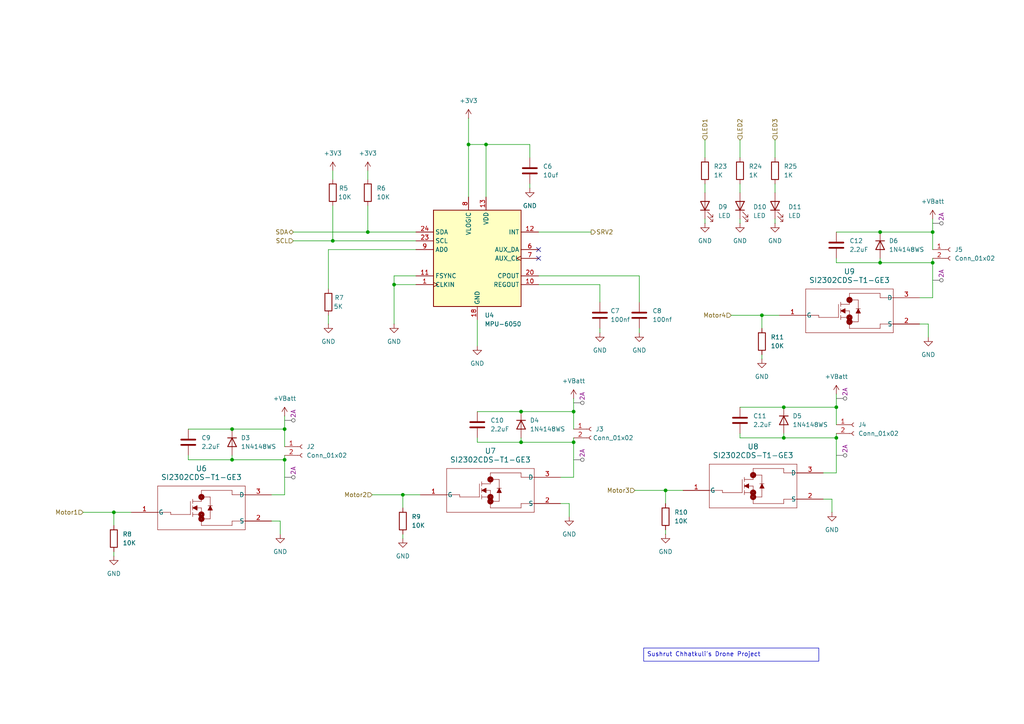
<source format=kicad_sch>
(kicad_sch
	(version 20250114)
	(generator "eeschema")
	(generator_version "9.0")
	(uuid "358bddef-d9ae-439d-b44f-9b1ff1c2fe9c")
	(paper "A4")
	(lib_symbols
		(symbol "Connector:Conn_01x02_Socket"
			(pin_names
				(offset 1.016)
				(hide yes)
			)
			(exclude_from_sim no)
			(in_bom yes)
			(on_board yes)
			(property "Reference" "J"
				(at 0 2.54 0)
				(effects
					(font
						(size 1.27 1.27)
					)
				)
			)
			(property "Value" "Conn_01x02_Socket"
				(at 0 -5.08 0)
				(effects
					(font
						(size 1.27 1.27)
					)
				)
			)
			(property "Footprint" ""
				(at 0 0 0)
				(effects
					(font
						(size 1.27 1.27)
					)
					(hide yes)
				)
			)
			(property "Datasheet" "~"
				(at 0 0 0)
				(effects
					(font
						(size 1.27 1.27)
					)
					(hide yes)
				)
			)
			(property "Description" "Generic connector, single row, 01x02, script generated"
				(at 0 0 0)
				(effects
					(font
						(size 1.27 1.27)
					)
					(hide yes)
				)
			)
			(property "ki_locked" ""
				(at 0 0 0)
				(effects
					(font
						(size 1.27 1.27)
					)
				)
			)
			(property "ki_keywords" "connector"
				(at 0 0 0)
				(effects
					(font
						(size 1.27 1.27)
					)
					(hide yes)
				)
			)
			(property "ki_fp_filters" "Connector*:*_1x??_*"
				(at 0 0 0)
				(effects
					(font
						(size 1.27 1.27)
					)
					(hide yes)
				)
			)
			(symbol "Conn_01x02_Socket_1_1"
				(polyline
					(pts
						(xy -1.27 0) (xy -0.508 0)
					)
					(stroke
						(width 0.1524)
						(type default)
					)
					(fill
						(type none)
					)
				)
				(polyline
					(pts
						(xy -1.27 -2.54) (xy -0.508 -2.54)
					)
					(stroke
						(width 0.1524)
						(type default)
					)
					(fill
						(type none)
					)
				)
				(arc
					(start 0 -0.508)
					(mid -0.5058 0)
					(end 0 0.508)
					(stroke
						(width 0.1524)
						(type default)
					)
					(fill
						(type none)
					)
				)
				(arc
					(start 0 -3.048)
					(mid -0.5058 -2.54)
					(end 0 -2.032)
					(stroke
						(width 0.1524)
						(type default)
					)
					(fill
						(type none)
					)
				)
				(pin passive line
					(at -5.08 0 0)
					(length 3.81)
					(name "Pin_1"
						(effects
							(font
								(size 1.27 1.27)
							)
						)
					)
					(number "1"
						(effects
							(font
								(size 1.27 1.27)
							)
						)
					)
				)
				(pin passive line
					(at -5.08 -2.54 0)
					(length 3.81)
					(name "Pin_2"
						(effects
							(font
								(size 1.27 1.27)
							)
						)
					)
					(number "2"
						(effects
							(font
								(size 1.27 1.27)
							)
						)
					)
				)
			)
			(embedded_fonts no)
		)
		(symbol "Device:C"
			(pin_numbers
				(hide yes)
			)
			(pin_names
				(offset 0.254)
			)
			(exclude_from_sim no)
			(in_bom yes)
			(on_board yes)
			(property "Reference" "C"
				(at 0.635 2.54 0)
				(effects
					(font
						(size 1.27 1.27)
					)
					(justify left)
				)
			)
			(property "Value" "C"
				(at 0.635 -2.54 0)
				(effects
					(font
						(size 1.27 1.27)
					)
					(justify left)
				)
			)
			(property "Footprint" ""
				(at 0.9652 -3.81 0)
				(effects
					(font
						(size 1.27 1.27)
					)
					(hide yes)
				)
			)
			(property "Datasheet" "~"
				(at 0 0 0)
				(effects
					(font
						(size 1.27 1.27)
					)
					(hide yes)
				)
			)
			(property "Description" "Unpolarized capacitor"
				(at 0 0 0)
				(effects
					(font
						(size 1.27 1.27)
					)
					(hide yes)
				)
			)
			(property "ki_keywords" "cap capacitor"
				(at 0 0 0)
				(effects
					(font
						(size 1.27 1.27)
					)
					(hide yes)
				)
			)
			(property "ki_fp_filters" "C_*"
				(at 0 0 0)
				(effects
					(font
						(size 1.27 1.27)
					)
					(hide yes)
				)
			)
			(symbol "C_0_1"
				(polyline
					(pts
						(xy -2.032 0.762) (xy 2.032 0.762)
					)
					(stroke
						(width 0.508)
						(type default)
					)
					(fill
						(type none)
					)
				)
				(polyline
					(pts
						(xy -2.032 -0.762) (xy 2.032 -0.762)
					)
					(stroke
						(width 0.508)
						(type default)
					)
					(fill
						(type none)
					)
				)
			)
			(symbol "C_1_1"
				(pin passive line
					(at 0 3.81 270)
					(length 2.794)
					(name "~"
						(effects
							(font
								(size 1.27 1.27)
							)
						)
					)
					(number "1"
						(effects
							(font
								(size 1.27 1.27)
							)
						)
					)
				)
				(pin passive line
					(at 0 -3.81 90)
					(length 2.794)
					(name "~"
						(effects
							(font
								(size 1.27 1.27)
							)
						)
					)
					(number "2"
						(effects
							(font
								(size 1.27 1.27)
							)
						)
					)
				)
			)
			(embedded_fonts no)
		)
		(symbol "Device:LED"
			(pin_numbers
				(hide yes)
			)
			(pin_names
				(offset 1.016)
				(hide yes)
			)
			(exclude_from_sim no)
			(in_bom yes)
			(on_board yes)
			(property "Reference" "D"
				(at 0 2.54 0)
				(effects
					(font
						(size 1.27 1.27)
					)
				)
			)
			(property "Value" "LED"
				(at 0 -2.54 0)
				(effects
					(font
						(size 1.27 1.27)
					)
				)
			)
			(property "Footprint" ""
				(at 0 0 0)
				(effects
					(font
						(size 1.27 1.27)
					)
					(hide yes)
				)
			)
			(property "Datasheet" "~"
				(at 0 0 0)
				(effects
					(font
						(size 1.27 1.27)
					)
					(hide yes)
				)
			)
			(property "Description" "Light emitting diode"
				(at 0 0 0)
				(effects
					(font
						(size 1.27 1.27)
					)
					(hide yes)
				)
			)
			(property "Sim.Pins" "1=K 2=A"
				(at 0 0 0)
				(effects
					(font
						(size 1.27 1.27)
					)
					(hide yes)
				)
			)
			(property "ki_keywords" "LED diode"
				(at 0 0 0)
				(effects
					(font
						(size 1.27 1.27)
					)
					(hide yes)
				)
			)
			(property "ki_fp_filters" "LED* LED_SMD:* LED_THT:*"
				(at 0 0 0)
				(effects
					(font
						(size 1.27 1.27)
					)
					(hide yes)
				)
			)
			(symbol "LED_0_1"
				(polyline
					(pts
						(xy -3.048 -0.762) (xy -4.572 -2.286) (xy -3.81 -2.286) (xy -4.572 -2.286) (xy -4.572 -1.524)
					)
					(stroke
						(width 0)
						(type default)
					)
					(fill
						(type none)
					)
				)
				(polyline
					(pts
						(xy -1.778 -0.762) (xy -3.302 -2.286) (xy -2.54 -2.286) (xy -3.302 -2.286) (xy -3.302 -1.524)
					)
					(stroke
						(width 0)
						(type default)
					)
					(fill
						(type none)
					)
				)
				(polyline
					(pts
						(xy -1.27 0) (xy 1.27 0)
					)
					(stroke
						(width 0)
						(type default)
					)
					(fill
						(type none)
					)
				)
				(polyline
					(pts
						(xy -1.27 -1.27) (xy -1.27 1.27)
					)
					(stroke
						(width 0.254)
						(type default)
					)
					(fill
						(type none)
					)
				)
				(polyline
					(pts
						(xy 1.27 -1.27) (xy 1.27 1.27) (xy -1.27 0) (xy 1.27 -1.27)
					)
					(stroke
						(width 0.254)
						(type default)
					)
					(fill
						(type none)
					)
				)
			)
			(symbol "LED_1_1"
				(pin passive line
					(at -3.81 0 0)
					(length 2.54)
					(name "K"
						(effects
							(font
								(size 1.27 1.27)
							)
						)
					)
					(number "1"
						(effects
							(font
								(size 1.27 1.27)
							)
						)
					)
				)
				(pin passive line
					(at 3.81 0 180)
					(length 2.54)
					(name "A"
						(effects
							(font
								(size 1.27 1.27)
							)
						)
					)
					(number "2"
						(effects
							(font
								(size 1.27 1.27)
							)
						)
					)
				)
			)
			(embedded_fonts no)
		)
		(symbol "Device:R"
			(pin_numbers
				(hide yes)
			)
			(pin_names
				(offset 0)
			)
			(exclude_from_sim no)
			(in_bom yes)
			(on_board yes)
			(property "Reference" "R"
				(at 2.032 0 90)
				(effects
					(font
						(size 1.27 1.27)
					)
				)
			)
			(property "Value" "R"
				(at 0 0 90)
				(effects
					(font
						(size 1.27 1.27)
					)
				)
			)
			(property "Footprint" ""
				(at -1.778 0 90)
				(effects
					(font
						(size 1.27 1.27)
					)
					(hide yes)
				)
			)
			(property "Datasheet" "~"
				(at 0 0 0)
				(effects
					(font
						(size 1.27 1.27)
					)
					(hide yes)
				)
			)
			(property "Description" "Resistor"
				(at 0 0 0)
				(effects
					(font
						(size 1.27 1.27)
					)
					(hide yes)
				)
			)
			(property "ki_keywords" "R res resistor"
				(at 0 0 0)
				(effects
					(font
						(size 1.27 1.27)
					)
					(hide yes)
				)
			)
			(property "ki_fp_filters" "R_*"
				(at 0 0 0)
				(effects
					(font
						(size 1.27 1.27)
					)
					(hide yes)
				)
			)
			(symbol "R_0_1"
				(rectangle
					(start -1.016 -2.54)
					(end 1.016 2.54)
					(stroke
						(width 0.254)
						(type default)
					)
					(fill
						(type none)
					)
				)
			)
			(symbol "R_1_1"
				(pin passive line
					(at 0 3.81 270)
					(length 1.27)
					(name "~"
						(effects
							(font
								(size 1.27 1.27)
							)
						)
					)
					(number "1"
						(effects
							(font
								(size 1.27 1.27)
							)
						)
					)
				)
				(pin passive line
					(at 0 -3.81 90)
					(length 1.27)
					(name "~"
						(effects
							(font
								(size 1.27 1.27)
							)
						)
					)
					(number "2"
						(effects
							(font
								(size 1.27 1.27)
							)
						)
					)
				)
			)
			(embedded_fonts no)
		)
		(symbol "Diode:1N4148WS"
			(pin_numbers
				(hide yes)
			)
			(pin_names
				(hide yes)
			)
			(exclude_from_sim no)
			(in_bom yes)
			(on_board yes)
			(property "Reference" "D"
				(at 0 2.54 0)
				(effects
					(font
						(size 1.27 1.27)
					)
				)
			)
			(property "Value" "1N4148WS"
				(at 0 -2.54 0)
				(effects
					(font
						(size 1.27 1.27)
					)
				)
			)
			(property "Footprint" "Diode_SMD:D_SOD-323"
				(at 0 -4.445 0)
				(effects
					(font
						(size 1.27 1.27)
					)
					(hide yes)
				)
			)
			(property "Datasheet" "https://www.vishay.com/docs/85751/1n4148ws.pdf"
				(at 0 0 0)
				(effects
					(font
						(size 1.27 1.27)
					)
					(hide yes)
				)
			)
			(property "Description" "75V 0.15A Fast switching Diode, SOD-323"
				(at 0 0 0)
				(effects
					(font
						(size 1.27 1.27)
					)
					(hide yes)
				)
			)
			(property "Sim.Device" "D"
				(at 0 0 0)
				(effects
					(font
						(size 1.27 1.27)
					)
					(hide yes)
				)
			)
			(property "Sim.Pins" "1=K 2=A"
				(at 0 0 0)
				(effects
					(font
						(size 1.27 1.27)
					)
					(hide yes)
				)
			)
			(property "ki_keywords" "diode"
				(at 0 0 0)
				(effects
					(font
						(size 1.27 1.27)
					)
					(hide yes)
				)
			)
			(property "ki_fp_filters" "D*SOD?323*"
				(at 0 0 0)
				(effects
					(font
						(size 1.27 1.27)
					)
					(hide yes)
				)
			)
			(symbol "1N4148WS_0_1"
				(polyline
					(pts
						(xy -1.27 1.27) (xy -1.27 -1.27)
					)
					(stroke
						(width 0.254)
						(type default)
					)
					(fill
						(type none)
					)
				)
				(polyline
					(pts
						(xy 1.27 1.27) (xy 1.27 -1.27) (xy -1.27 0) (xy 1.27 1.27)
					)
					(stroke
						(width 0.254)
						(type default)
					)
					(fill
						(type none)
					)
				)
				(polyline
					(pts
						(xy 1.27 0) (xy -1.27 0)
					)
					(stroke
						(width 0)
						(type default)
					)
					(fill
						(type none)
					)
				)
			)
			(symbol "1N4148WS_1_1"
				(pin passive line
					(at -3.81 0 0)
					(length 2.54)
					(name "K"
						(effects
							(font
								(size 1.27 1.27)
							)
						)
					)
					(number "1"
						(effects
							(font
								(size 1.27 1.27)
							)
						)
					)
				)
				(pin passive line
					(at 3.81 0 180)
					(length 2.54)
					(name "A"
						(effects
							(font
								(size 1.27 1.27)
							)
						)
					)
					(number "2"
						(effects
							(font
								(size 1.27 1.27)
							)
						)
					)
				)
			)
			(embedded_fonts no)
		)
		(symbol "SI2302CDS-T1-GE3_1"
			(pin_names
				(offset 0.254)
			)
			(exclude_from_sim no)
			(in_bom yes)
			(on_board yes)
			(property "Reference" "U6"
				(at 20.32 12.7 0)
				(effects
					(font
						(size 1.524 1.524)
					)
				)
			)
			(property "Value" "SI2302CDS-T1-GE3"
				(at 20.32 10.16 0)
				(effects
					(font
						(size 1.524 1.524)
					)
				)
			)
			(property "Footprint" ""
				(at 0 0 0)
				(effects
					(font
						(size 1.27 1.27)
						(italic yes)
					)
					(hide yes)
				)
			)
			(property "Datasheet" ""
				(at 0 0 0)
				(effects
					(font
						(size 1.27 1.27)
						(italic yes)
					)
					(hide yes)
				)
			)
			(property "Description" ""
				(at 0 0 0)
				(effects
					(font
						(size 1.27 1.27)
					)
					(hide yes)
				)
			)
			(property "ki_locked" ""
				(at 0 0 0)
				(effects
					(font
						(size 1.27 1.27)
					)
				)
			)
			(property "ki_keywords" "SI2302CDS-T1-GE3"
				(at 0 0 0)
				(effects
					(font
						(size 1.27 1.27)
					)
					(hide yes)
				)
			)
			(property "ki_fp_filters" "TO-236_VIS TO-236_VIS-M TO-236_VIS-L"
				(at 0 0 0)
				(effects
					(font
						(size 1.27 1.27)
					)
					(hide yes)
				)
			)
			(symbol "SI2302CDS-T1-GE3_1_0_1"
				(polyline
					(pts
						(xy 7.62 7.62) (xy 7.62 -5.08)
					)
					(stroke
						(width 0.127)
						(type default)
					)
					(fill
						(type none)
					)
				)
				(polyline
					(pts
						(xy 7.62 0) (xy 11.43 0)
					)
					(stroke
						(width 0.127)
						(type default)
					)
					(fill
						(type none)
					)
				)
				(polyline
					(pts
						(xy 7.62 -5.08) (xy 33.02 -5.08)
					)
					(stroke
						(width 0.127)
						(type default)
					)
					(fill
						(type none)
					)
				)
				(polyline
					(pts
						(xy 11.43 0) (xy 11.43 -0.635)
					)
					(stroke
						(width 0.127)
						(type default)
					)
					(fill
						(type none)
					)
				)
				(polyline
					(pts
						(xy 17.145 3.175) (xy 17.145 -0.635)
					)
					(stroke
						(width 0.127)
						(type default)
					)
					(fill
						(type none)
					)
				)
				(polyline
					(pts
						(xy 17.145 -0.635) (xy 11.43 -0.635)
					)
					(stroke
						(width 0.127)
						(type default)
					)
					(fill
						(type none)
					)
				)
				(polyline
					(pts
						(xy 17.78 3.175) (xy 20.32 3.175)
					)
					(stroke
						(width 0.127)
						(type default)
					)
					(fill
						(type none)
					)
				)
				(polyline
					(pts
						(xy 17.78 2.54) (xy 17.78 3.81)
					)
					(stroke
						(width 0.127)
						(type default)
					)
					(fill
						(type none)
					)
				)
				(polyline
					(pts
						(xy 17.78 1.905) (xy 17.78 0.635)
					)
					(stroke
						(width 0.127)
						(type default)
					)
					(fill
						(type none)
					)
				)
				(polyline
					(pts
						(xy 17.78 1.27) (xy 19.05 1.905)
					)
					(stroke
						(width 0.127)
						(type default)
					)
					(fill
						(type none)
					)
				)
				(polyline
					(pts
						(xy 17.78 1.27) (xy 19.05 1.905) (xy 19.05 0.635)
					)
					(stroke
						(width 0)
						(type default)
					)
					(fill
						(type outline)
					)
				)
				(polyline
					(pts
						(xy 17.78 0) (xy 17.78 -1.27)
					)
					(stroke
						(width 0.127)
						(type default)
					)
					(fill
						(type none)
					)
				)
				(polyline
					(pts
						(xy 17.78 -0.635) (xy 20.32 -0.635)
					)
					(stroke
						(width 0.127)
						(type default)
					)
					(fill
						(type none)
					)
				)
				(polyline
					(pts
						(xy 19.05 1.905) (xy 19.05 0.635)
					)
					(stroke
						(width 0.127)
						(type default)
					)
					(fill
						(type none)
					)
				)
				(polyline
					(pts
						(xy 19.05 0.635) (xy 17.78 1.27)
					)
					(stroke
						(width 0.127)
						(type default)
					)
					(fill
						(type none)
					)
				)
				(polyline
					(pts
						(xy 20.32 6.35) (xy 29.21 6.35)
					)
					(stroke
						(width 0.127)
						(type default)
					)
					(fill
						(type none)
					)
				)
				(polyline
					(pts
						(xy 20.32 4.445) (xy 22.86 4.445)
					)
					(stroke
						(width 0.127)
						(type default)
					)
					(fill
						(type none)
					)
				)
				(circle
					(center 20.32 4.445)
					(radius 0.127)
					(stroke
						(width 0.762)
						(type default)
					)
					(fill
						(type none)
					)
				)
				(polyline
					(pts
						(xy 20.32 3.175) (xy 20.32 6.35)
					)
					(stroke
						(width 0.127)
						(type default)
					)
					(fill
						(type none)
					)
				)
				(polyline
					(pts
						(xy 20.32 1.27) (xy 17.78 1.27)
					)
					(stroke
						(width 0.127)
						(type default)
					)
					(fill
						(type none)
					)
				)
				(polyline
					(pts
						(xy 20.32 1.27) (xy 20.32 -3.81)
					)
					(stroke
						(width 0.127)
						(type default)
					)
					(fill
						(type none)
					)
				)
				(circle
					(center 20.32 -0.635)
					(radius 0.127)
					(stroke
						(width 0.762)
						(type default)
					)
					(fill
						(type none)
					)
				)
				(polyline
					(pts
						(xy 20.32 -1.905) (xy 22.86 -1.905)
					)
					(stroke
						(width 0.127)
						(type default)
					)
					(fill
						(type none)
					)
				)
				(circle
					(center 20.32 -1.905)
					(radius 0.127)
					(stroke
						(width 0.762)
						(type default)
					)
					(fill
						(type none)
					)
				)
				(polyline
					(pts
						(xy 22.225 1.905) (xy 23.495 1.905)
					)
					(stroke
						(width 0.127)
						(type default)
					)
					(fill
						(type none)
					)
				)
				(polyline
					(pts
						(xy 22.225 0.635) (xy 23.495 0.635)
					)
					(stroke
						(width 0.127)
						(type default)
					)
					(fill
						(type none)
					)
				)
				(polyline
					(pts
						(xy 22.225 0.635) (xy 23.495 0.635) (xy 22.86 1.905)
					)
					(stroke
						(width 0)
						(type default)
					)
					(fill
						(type outline)
					)
				)
				(polyline
					(pts
						(xy 22.86 1.905) (xy 22.225 0.635)
					)
					(stroke
						(width 0.127)
						(type default)
					)
					(fill
						(type none)
					)
				)
				(polyline
					(pts
						(xy 22.86 -1.905) (xy 22.86 4.445)
					)
					(stroke
						(width 0.127)
						(type default)
					)
					(fill
						(type none)
					)
				)
				(polyline
					(pts
						(xy 23.495 0.635) (xy 22.86 1.905)
					)
					(stroke
						(width 0.127)
						(type default)
					)
					(fill
						(type none)
					)
				)
				(polyline
					(pts
						(xy 29.21 6.35) (xy 29.21 5.08)
					)
					(stroke
						(width 0.127)
						(type default)
					)
					(fill
						(type none)
					)
				)
				(polyline
					(pts
						(xy 29.21 -2.54) (xy 29.21 -3.81)
					)
					(stroke
						(width 0.127)
						(type default)
					)
					(fill
						(type none)
					)
				)
				(polyline
					(pts
						(xy 29.21 -2.54) (xy 33.02 -2.54)
					)
					(stroke
						(width 0.127)
						(type default)
					)
					(fill
						(type none)
					)
				)
				(polyline
					(pts
						(xy 29.21 -3.81) (xy 20.32 -3.81)
					)
					(stroke
						(width 0.127)
						(type default)
					)
					(fill
						(type none)
					)
				)
				(polyline
					(pts
						(xy 33.02 7.62) (xy 7.62 7.62)
					)
					(stroke
						(width 0.127)
						(type default)
					)
					(fill
						(type none)
					)
				)
				(polyline
					(pts
						(xy 33.02 5.08) (xy 29.21 5.08)
					)
					(stroke
						(width 0.127)
						(type default)
					)
					(fill
						(type none)
					)
				)
				(polyline
					(pts
						(xy 33.02 -5.08) (xy 33.02 7.62)
					)
					(stroke
						(width 0.127)
						(type default)
					)
					(fill
						(type none)
					)
				)
			)
			(symbol "SI2302CDS-T1-GE3_1_1_1"
				(pin passive line
					(at 0 0 0)
					(length 7.62)
					(name "G"
						(effects
							(font
								(size 1.27 1.27)
							)
						)
					)
					(number "1"
						(effects
							(font
								(size 1.27 1.27)
							)
						)
					)
				)
				(pin passive line
					(at 40.64 5.08 180)
					(length 7.62)
					(name "D"
						(effects
							(font
								(size 1.27 1.27)
							)
						)
					)
					(number "3"
						(effects
							(font
								(size 1.27 1.27)
							)
						)
					)
				)
				(pin passive line
					(at 40.64 -2.54 180)
					(length 7.62)
					(name "S"
						(effects
							(font
								(size 1.27 1.27)
							)
						)
					)
					(number "2"
						(effects
							(font
								(size 1.27 1.27)
							)
						)
					)
				)
			)
			(embedded_fonts no)
		)
		(symbol "Sensor_Motion:MPU-6050"
			(exclude_from_sim no)
			(in_bom yes)
			(on_board yes)
			(property "Reference" "U"
				(at -11.43 13.97 0)
				(effects
					(font
						(size 1.27 1.27)
					)
				)
			)
			(property "Value" "MPU-6050"
				(at 7.62 -15.24 0)
				(effects
					(font
						(size 1.27 1.27)
					)
				)
			)
			(property "Footprint" "Sensor_Motion:InvenSense_QFN-24_4x4mm_P0.5mm"
				(at 0 -20.32 0)
				(effects
					(font
						(size 1.27 1.27)
					)
					(hide yes)
				)
			)
			(property "Datasheet" "https://invensense.tdk.com/wp-content/uploads/2015/02/MPU-6000-Datasheet1.pdf"
				(at 0 -3.81 0)
				(effects
					(font
						(size 1.27 1.27)
					)
					(hide yes)
				)
			)
			(property "Description" "InvenSense 6-Axis Motion Sensor, Gyroscope, Accelerometer, I2C"
				(at 0 0 0)
				(effects
					(font
						(size 1.27 1.27)
					)
					(hide yes)
				)
			)
			(property "ki_keywords" "mems"
				(at 0 0 0)
				(effects
					(font
						(size 1.27 1.27)
					)
					(hide yes)
				)
			)
			(property "ki_fp_filters" "*QFN*4x4mm*P0.5mm*"
				(at 0 0 0)
				(effects
					(font
						(size 1.27 1.27)
					)
					(hide yes)
				)
			)
			(symbol "MPU-6050_0_1"
				(rectangle
					(start -12.7 13.97)
					(end 12.7 -13.97)
					(stroke
						(width 0.254)
						(type default)
					)
					(fill
						(type background)
					)
				)
			)
			(symbol "MPU-6050_1_1"
				(pin bidirectional line
					(at -17.78 7.62 0)
					(length 5.08)
					(name "SDA"
						(effects
							(font
								(size 1.27 1.27)
							)
						)
					)
					(number "24"
						(effects
							(font
								(size 1.27 1.27)
							)
						)
					)
				)
				(pin input line
					(at -17.78 5.08 0)
					(length 5.08)
					(name "SCL"
						(effects
							(font
								(size 1.27 1.27)
							)
						)
					)
					(number "23"
						(effects
							(font
								(size 1.27 1.27)
							)
						)
					)
				)
				(pin input line
					(at -17.78 2.54 0)
					(length 5.08)
					(name "AD0"
						(effects
							(font
								(size 1.27 1.27)
							)
						)
					)
					(number "9"
						(effects
							(font
								(size 1.27 1.27)
							)
						)
					)
				)
				(pin input line
					(at -17.78 -5.08 0)
					(length 5.08)
					(name "FSYNC"
						(effects
							(font
								(size 1.27 1.27)
							)
						)
					)
					(number "11"
						(effects
							(font
								(size 1.27 1.27)
							)
						)
					)
				)
				(pin input clock
					(at -17.78 -7.62 0)
					(length 5.08)
					(name "CLKIN"
						(effects
							(font
								(size 1.27 1.27)
							)
						)
					)
					(number "1"
						(effects
							(font
								(size 1.27 1.27)
							)
						)
					)
				)
				(pin no_connect line
					(at -12.7 12.7 0)
					(length 2.54)
					(hide yes)
					(name "NC"
						(effects
							(font
								(size 1.27 1.27)
							)
						)
					)
					(number "2"
						(effects
							(font
								(size 1.27 1.27)
							)
						)
					)
				)
				(pin no_connect line
					(at -12.7 10.16 0)
					(length 2.54)
					(hide yes)
					(name "NC"
						(effects
							(font
								(size 1.27 1.27)
							)
						)
					)
					(number "3"
						(effects
							(font
								(size 1.27 1.27)
							)
						)
					)
				)
				(pin no_connect line
					(at -12.7 0 0)
					(length 2.54)
					(hide yes)
					(name "NC"
						(effects
							(font
								(size 1.27 1.27)
							)
						)
					)
					(number "4"
						(effects
							(font
								(size 1.27 1.27)
							)
						)
					)
				)
				(pin no_connect line
					(at -12.7 -2.54 0)
					(length 2.54)
					(hide yes)
					(name "NC"
						(effects
							(font
								(size 1.27 1.27)
							)
						)
					)
					(number "5"
						(effects
							(font
								(size 1.27 1.27)
							)
						)
					)
				)
				(pin no_connect line
					(at -12.7 -10.16 0)
					(length 2.54)
					(hide yes)
					(name "NC"
						(effects
							(font
								(size 1.27 1.27)
							)
						)
					)
					(number "14"
						(effects
							(font
								(size 1.27 1.27)
							)
						)
					)
				)
				(pin power_in line
					(at -2.54 17.78 270)
					(length 3.81)
					(name "VLOGIC"
						(effects
							(font
								(size 1.27 1.27)
							)
						)
					)
					(number "8"
						(effects
							(font
								(size 1.27 1.27)
							)
						)
					)
				)
				(pin power_in line
					(at 0 -17.78 90)
					(length 3.81)
					(name "GND"
						(effects
							(font
								(size 1.27 1.27)
							)
						)
					)
					(number "18"
						(effects
							(font
								(size 1.27 1.27)
							)
						)
					)
				)
				(pin power_in line
					(at 2.54 17.78 270)
					(length 3.81)
					(name "VDD"
						(effects
							(font
								(size 1.27 1.27)
							)
						)
					)
					(number "13"
						(effects
							(font
								(size 1.27 1.27)
							)
						)
					)
				)
				(pin no_connect line
					(at 12.7 12.7 180)
					(length 2.54)
					(hide yes)
					(name "NC"
						(effects
							(font
								(size 1.27 1.27)
							)
						)
					)
					(number "15"
						(effects
							(font
								(size 1.27 1.27)
							)
						)
					)
				)
				(pin no_connect line
					(at 12.7 10.16 180)
					(length 2.54)
					(hide yes)
					(name "NC"
						(effects
							(font
								(size 1.27 1.27)
							)
						)
					)
					(number "16"
						(effects
							(font
								(size 1.27 1.27)
							)
						)
					)
				)
				(pin no_connect line
					(at 12.7 5.08 180)
					(length 2.54)
					(hide yes)
					(name "NC"
						(effects
							(font
								(size 1.27 1.27)
							)
						)
					)
					(number "17"
						(effects
							(font
								(size 1.27 1.27)
							)
						)
					)
				)
				(pin no_connect line
					(at 12.7 -2.54 180)
					(length 2.54)
					(hide yes)
					(name "RESV"
						(effects
							(font
								(size 1.27 1.27)
							)
						)
					)
					(number "21"
						(effects
							(font
								(size 1.27 1.27)
							)
						)
					)
				)
				(pin no_connect line
					(at 12.7 -10.16 180)
					(length 2.54)
					(hide yes)
					(name "RESV"
						(effects
							(font
								(size 1.27 1.27)
							)
						)
					)
					(number "19"
						(effects
							(font
								(size 1.27 1.27)
							)
						)
					)
				)
				(pin no_connect line
					(at 12.7 -12.7 180)
					(length 2.54)
					(hide yes)
					(name "RESV"
						(effects
							(font
								(size 1.27 1.27)
							)
						)
					)
					(number "22"
						(effects
							(font
								(size 1.27 1.27)
							)
						)
					)
				)
				(pin output line
					(at 17.78 7.62 180)
					(length 5.08)
					(name "INT"
						(effects
							(font
								(size 1.27 1.27)
							)
						)
					)
					(number "12"
						(effects
							(font
								(size 1.27 1.27)
							)
						)
					)
				)
				(pin bidirectional line
					(at 17.78 2.54 180)
					(length 5.08)
					(name "AUX_DA"
						(effects
							(font
								(size 1.27 1.27)
							)
						)
					)
					(number "6"
						(effects
							(font
								(size 1.27 1.27)
							)
						)
					)
				)
				(pin output clock
					(at 17.78 0 180)
					(length 5.08)
					(name "AUX_CL"
						(effects
							(font
								(size 1.27 1.27)
							)
						)
					)
					(number "7"
						(effects
							(font
								(size 1.27 1.27)
							)
						)
					)
				)
				(pin passive line
					(at 17.78 -5.08 180)
					(length 5.08)
					(name "CPOUT"
						(effects
							(font
								(size 1.27 1.27)
							)
						)
					)
					(number "20"
						(effects
							(font
								(size 1.27 1.27)
							)
						)
					)
				)
				(pin passive line
					(at 17.78 -7.62 180)
					(length 5.08)
					(name "REGOUT"
						(effects
							(font
								(size 1.27 1.27)
							)
						)
					)
					(number "10"
						(effects
							(font
								(size 1.27 1.27)
							)
						)
					)
				)
			)
			(embedded_fonts no)
		)
		(symbol "power:+3V3"
			(power)
			(pin_numbers
				(hide yes)
			)
			(pin_names
				(offset 0)
				(hide yes)
			)
			(exclude_from_sim no)
			(in_bom yes)
			(on_board yes)
			(property "Reference" "#PWR"
				(at 0 -3.81 0)
				(effects
					(font
						(size 1.27 1.27)
					)
					(hide yes)
				)
			)
			(property "Value" "+3V3"
				(at 0 3.556 0)
				(effects
					(font
						(size 1.27 1.27)
					)
				)
			)
			(property "Footprint" ""
				(at 0 0 0)
				(effects
					(font
						(size 1.27 1.27)
					)
					(hide yes)
				)
			)
			(property "Datasheet" ""
				(at 0 0 0)
				(effects
					(font
						(size 1.27 1.27)
					)
					(hide yes)
				)
			)
			(property "Description" "Power symbol creates a global label with name \"+3V3\""
				(at 0 0 0)
				(effects
					(font
						(size 1.27 1.27)
					)
					(hide yes)
				)
			)
			(property "ki_keywords" "global power"
				(at 0 0 0)
				(effects
					(font
						(size 1.27 1.27)
					)
					(hide yes)
				)
			)
			(symbol "+3V3_0_1"
				(polyline
					(pts
						(xy -0.762 1.27) (xy 0 2.54)
					)
					(stroke
						(width 0)
						(type default)
					)
					(fill
						(type none)
					)
				)
				(polyline
					(pts
						(xy 0 2.54) (xy 0.762 1.27)
					)
					(stroke
						(width 0)
						(type default)
					)
					(fill
						(type none)
					)
				)
				(polyline
					(pts
						(xy 0 0) (xy 0 2.54)
					)
					(stroke
						(width 0)
						(type default)
					)
					(fill
						(type none)
					)
				)
			)
			(symbol "+3V3_1_1"
				(pin power_in line
					(at 0 0 90)
					(length 0)
					(name "~"
						(effects
							(font
								(size 1.27 1.27)
							)
						)
					)
					(number "1"
						(effects
							(font
								(size 1.27 1.27)
							)
						)
					)
				)
			)
			(embedded_fonts no)
		)
		(symbol "power:+BATT"
			(power)
			(pin_numbers
				(hide yes)
			)
			(pin_names
				(offset 0)
				(hide yes)
			)
			(exclude_from_sim no)
			(in_bom yes)
			(on_board yes)
			(property "Reference" "#PWR"
				(at 0 -3.81 0)
				(effects
					(font
						(size 1.27 1.27)
					)
					(hide yes)
				)
			)
			(property "Value" "+BATT"
				(at 0 3.556 0)
				(effects
					(font
						(size 1.27 1.27)
					)
				)
			)
			(property "Footprint" ""
				(at 0 0 0)
				(effects
					(font
						(size 1.27 1.27)
					)
					(hide yes)
				)
			)
			(property "Datasheet" ""
				(at 0 0 0)
				(effects
					(font
						(size 1.27 1.27)
					)
					(hide yes)
				)
			)
			(property "Description" "Power symbol creates a global label with name \"+BATT\""
				(at 0 0 0)
				(effects
					(font
						(size 1.27 1.27)
					)
					(hide yes)
				)
			)
			(property "ki_keywords" "global power battery"
				(at 0 0 0)
				(effects
					(font
						(size 1.27 1.27)
					)
					(hide yes)
				)
			)
			(symbol "+BATT_0_1"
				(polyline
					(pts
						(xy -0.762 1.27) (xy 0 2.54)
					)
					(stroke
						(width 0)
						(type default)
					)
					(fill
						(type none)
					)
				)
				(polyline
					(pts
						(xy 0 2.54) (xy 0.762 1.27)
					)
					(stroke
						(width 0)
						(type default)
					)
					(fill
						(type none)
					)
				)
				(polyline
					(pts
						(xy 0 0) (xy 0 2.54)
					)
					(stroke
						(width 0)
						(type default)
					)
					(fill
						(type none)
					)
				)
			)
			(symbol "+BATT_1_1"
				(pin power_in line
					(at 0 0 90)
					(length 0)
					(name "~"
						(effects
							(font
								(size 1.27 1.27)
							)
						)
					)
					(number "1"
						(effects
							(font
								(size 1.27 1.27)
							)
						)
					)
				)
			)
			(embedded_fonts no)
		)
		(symbol "power:GND"
			(power)
			(pin_numbers
				(hide yes)
			)
			(pin_names
				(offset 0)
				(hide yes)
			)
			(exclude_from_sim no)
			(in_bom yes)
			(on_board yes)
			(property "Reference" "#PWR"
				(at 0 -6.35 0)
				(effects
					(font
						(size 1.27 1.27)
					)
					(hide yes)
				)
			)
			(property "Value" "GND"
				(at 0 -3.81 0)
				(effects
					(font
						(size 1.27 1.27)
					)
				)
			)
			(property "Footprint" ""
				(at 0 0 0)
				(effects
					(font
						(size 1.27 1.27)
					)
					(hide yes)
				)
			)
			(property "Datasheet" ""
				(at 0 0 0)
				(effects
					(font
						(size 1.27 1.27)
					)
					(hide yes)
				)
			)
			(property "Description" "Power symbol creates a global label with name \"GND\" , ground"
				(at 0 0 0)
				(effects
					(font
						(size 1.27 1.27)
					)
					(hide yes)
				)
			)
			(property "ki_keywords" "global power"
				(at 0 0 0)
				(effects
					(font
						(size 1.27 1.27)
					)
					(hide yes)
				)
			)
			(symbol "GND_0_1"
				(polyline
					(pts
						(xy 0 0) (xy 0 -1.27) (xy 1.27 -1.27) (xy 0 -2.54) (xy -1.27 -1.27) (xy 0 -1.27)
					)
					(stroke
						(width 0)
						(type default)
					)
					(fill
						(type none)
					)
				)
			)
			(symbol "GND_1_1"
				(pin power_in line
					(at 0 0 270)
					(length 0)
					(name "~"
						(effects
							(font
								(size 1.27 1.27)
							)
						)
					)
					(number "1"
						(effects
							(font
								(size 1.27 1.27)
							)
						)
					)
				)
			)
			(embedded_fonts no)
		)
	)
	(text_box "Sushrut Chhatkuli's Drone Project"
		(exclude_from_sim no)
		(at 186.69 187.96 0)
		(size 50.8 3.81)
		(margins 0.9525 0.9525 0.9525 0.9525)
		(stroke
			(width 0)
			(type solid)
		)
		(fill
			(type none)
		)
		(effects
			(font
				(size 1.27 1.27)
			)
			(justify left top)
		)
		(uuid "44013343-5591-4d72-ac2f-6f869b28d869")
	)
	(junction
		(at 193.04 142.24)
		(diameter 0)
		(color 0 0 0 0)
		(uuid "0cd8b9c9-daa2-4089-bcda-eb7f1304e5fc")
	)
	(junction
		(at 82.55 124.46)
		(diameter 0)
		(color 0 0 0 0)
		(uuid "105027ee-b14d-4bb9-b7cd-e560be2daea2")
	)
	(junction
		(at 151.13 128.27)
		(diameter 0)
		(color 0 0 0 0)
		(uuid "3355b145-a01d-46e6-97ef-20c6b4227dca")
	)
	(junction
		(at 227.33 118.11)
		(diameter 0)
		(color 0 0 0 0)
		(uuid "357d1728-3062-48d7-a5bd-cd56ec9ed617")
	)
	(junction
		(at 166.37 128.27)
		(diameter 0)
		(color 0 0 0 0)
		(uuid "3f9b0d3f-857b-44b3-9352-89211a9e75de")
	)
	(junction
		(at 255.27 67.31)
		(diameter 0)
		(color 0 0 0 0)
		(uuid "41769e9e-4996-4bf5-8784-c6acfddf322b")
	)
	(junction
		(at 106.68 67.31)
		(diameter 0)
		(color 0 0 0 0)
		(uuid "43164aea-a3ae-4f66-939c-1f1751cd09a3")
	)
	(junction
		(at 67.31 133.35)
		(diameter 0)
		(color 0 0 0 0)
		(uuid "512cae3e-8c3c-4317-9ce9-e34c5687793e")
	)
	(junction
		(at 135.89 41.91)
		(diameter 0)
		(color 0 0 0 0)
		(uuid "5481bf8b-c13d-4cbd-ba48-974b649594ee")
	)
	(junction
		(at 114.3 82.55)
		(diameter 0)
		(color 0 0 0 0)
		(uuid "66ca905c-080d-42cc-8a6f-5dd189a55327")
	)
	(junction
		(at 255.27 76.2)
		(diameter 0)
		(color 0 0 0 0)
		(uuid "8600d7fb-27bc-4afb-bb7d-58fed1dcc648")
	)
	(junction
		(at 33.02 148.59)
		(diameter 0)
		(color 0 0 0 0)
		(uuid "8a0cb42f-6b56-4d46-9e3c-47da26d23865")
	)
	(junction
		(at 82.55 133.35)
		(diameter 0)
		(color 0 0 0 0)
		(uuid "92e6843a-344e-4206-9ced-b02bbc0d396b")
	)
	(junction
		(at 242.57 127)
		(diameter 0)
		(color 0 0 0 0)
		(uuid "98add8b9-ee7f-4233-a52b-341ee0821fcb")
	)
	(junction
		(at 227.33 127)
		(diameter 0)
		(color 0 0 0 0)
		(uuid "9cec3f41-8473-4482-a74b-1c5b905cb577")
	)
	(junction
		(at 166.37 119.38)
		(diameter 0)
		(color 0 0 0 0)
		(uuid "af6e2f49-3049-4dd5-807a-09835b6ee741")
	)
	(junction
		(at 140.97 41.91)
		(diameter 0)
		(color 0 0 0 0)
		(uuid "b90b148a-b0ce-4162-b99c-a98d3ef69ed7")
	)
	(junction
		(at 220.98 91.44)
		(diameter 0)
		(color 0 0 0 0)
		(uuid "c51e5035-dc34-4b6d-be30-488f4b82a363")
	)
	(junction
		(at 270.51 67.31)
		(diameter 0)
		(color 0 0 0 0)
		(uuid "cccbf8e1-cfd9-4be7-9f2e-5d36d19ec54b")
	)
	(junction
		(at 270.51 76.2)
		(diameter 0)
		(color 0 0 0 0)
		(uuid "da5967c3-474b-4f10-bf4a-7b02b7f53f24")
	)
	(junction
		(at 116.84 143.51)
		(diameter 0)
		(color 0 0 0 0)
		(uuid "ea802ee7-c072-4141-8278-7f986eca2ca0")
	)
	(junction
		(at 242.57 118.11)
		(diameter 0)
		(color 0 0 0 0)
		(uuid "ee5ad08c-07e9-41e1-9e91-2162c117adca")
	)
	(junction
		(at 96.52 69.85)
		(diameter 0)
		(color 0 0 0 0)
		(uuid "efe9fa47-9d2f-4aea-ab4b-0a4a96e4ede6")
	)
	(junction
		(at 67.31 124.46)
		(diameter 0)
		(color 0 0 0 0)
		(uuid "f0a0cf6e-53cd-4302-8ab0-cba5f6c67865")
	)
	(junction
		(at 151.13 119.38)
		(diameter 0)
		(color 0 0 0 0)
		(uuid "fbad9916-8872-4358-a66e-114dd9a75c69")
	)
	(no_connect
		(at 156.21 72.39)
		(uuid "5312afca-99a1-45e8-9950-37bf01d8ccda")
	)
	(no_connect
		(at 156.21 74.93)
		(uuid "b23a92b4-8cf8-441a-8ee4-bc1f79ef664e")
	)
	(wire
		(pts
			(xy 266.7 93.98) (xy 269.24 93.98)
		)
		(stroke
			(width 0)
			(type default)
		)
		(uuid "0340f44d-1884-462e-9d1e-21ab482bd43d")
	)
	(wire
		(pts
			(xy 242.57 114.3) (xy 242.57 118.11)
		)
		(stroke
			(width 0)
			(type default)
		)
		(uuid "05555c18-7fc4-4643-9c8f-cdf665c194e9")
	)
	(wire
		(pts
			(xy 96.52 49.53) (xy 96.52 52.07)
		)
		(stroke
			(width 0)
			(type default)
		)
		(uuid "067c30ce-e650-4c4b-aa1f-fcabd679a2d7")
	)
	(wire
		(pts
			(xy 120.65 80.01) (xy 114.3 80.01)
		)
		(stroke
			(width 0)
			(type default)
		)
		(uuid "09156844-b189-4b2d-9882-3083e02ead0d")
	)
	(wire
		(pts
			(xy 156.21 67.31) (xy 171.45 67.31)
		)
		(stroke
			(width 0)
			(type default)
		)
		(uuid "0916025c-f3a7-433b-89a0-d7c354c780f1")
	)
	(wire
		(pts
			(xy 24.13 148.59) (xy 33.02 148.59)
		)
		(stroke
			(width 0)
			(type default)
		)
		(uuid "10913a4e-a471-428d-ad7b-b3d8b6165bf3")
	)
	(wire
		(pts
			(xy 33.02 160.02) (xy 33.02 161.29)
		)
		(stroke
			(width 0)
			(type default)
		)
		(uuid "1231f996-d959-4264-9ad2-22f7cf612f21")
	)
	(wire
		(pts
			(xy 242.57 125.73) (xy 242.57 127)
		)
		(stroke
			(width 0)
			(type default)
		)
		(uuid "1357c43b-8a8d-4738-9b96-3f3ddea13d25")
	)
	(wire
		(pts
			(xy 227.33 127) (xy 242.57 127)
		)
		(stroke
			(width 0)
			(type default)
		)
		(uuid "1c2186b6-f55f-4d3a-a6f2-cd46aa27cb68")
	)
	(wire
		(pts
			(xy 242.57 137.16) (xy 238.76 137.16)
		)
		(stroke
			(width 0)
			(type default)
		)
		(uuid "1c9ce223-4d2d-4f3a-96c0-ba088e19b50d")
	)
	(wire
		(pts
			(xy 193.04 142.24) (xy 193.04 146.05)
		)
		(stroke
			(width 0)
			(type default)
		)
		(uuid "219d91f8-3bfd-4a14-9354-e034e4a02f90")
	)
	(wire
		(pts
			(xy 214.63 40.64) (xy 214.63 45.72)
		)
		(stroke
			(width 0)
			(type default)
		)
		(uuid "23d843d7-ee8f-4c28-9381-e0e254e16ff1")
	)
	(wire
		(pts
			(xy 107.95 143.51) (xy 116.84 143.51)
		)
		(stroke
			(width 0)
			(type default)
		)
		(uuid "295e0e7a-e38a-4883-850b-821aacea8c11")
	)
	(wire
		(pts
			(xy 78.74 151.13) (xy 81.28 151.13)
		)
		(stroke
			(width 0)
			(type default)
		)
		(uuid "2b27a0af-b3a8-4b86-a46c-59648027179b")
	)
	(wire
		(pts
			(xy 270.51 76.2) (xy 270.51 86.36)
		)
		(stroke
			(width 0)
			(type default)
		)
		(uuid "2d54ed88-6b4f-4edd-9e1f-e46e67bc4987")
	)
	(wire
		(pts
			(xy 214.63 125.73) (xy 214.63 127)
		)
		(stroke
			(width 0)
			(type default)
		)
		(uuid "2dcf4592-4d66-42a9-8b6b-4f9df6a8d7b8")
	)
	(wire
		(pts
			(xy 120.65 72.39) (xy 95.25 72.39)
		)
		(stroke
			(width 0)
			(type default)
		)
		(uuid "2e3ff42b-db33-42ec-8dd9-5a3018c592a4")
	)
	(wire
		(pts
			(xy 270.51 72.39) (xy 270.51 67.31)
		)
		(stroke
			(width 0)
			(type default)
		)
		(uuid "2fb8917b-46b4-48ee-9e26-0aedfb875b79")
	)
	(wire
		(pts
			(xy 116.84 143.51) (xy 116.84 147.32)
		)
		(stroke
			(width 0)
			(type default)
		)
		(uuid "3069fbcb-d45b-4604-949f-eb1dfc191461")
	)
	(wire
		(pts
			(xy 114.3 82.55) (xy 114.3 93.98)
		)
		(stroke
			(width 0)
			(type default)
		)
		(uuid "3121d2a1-4237-4ac5-b87c-4c0a75a6c368")
	)
	(wire
		(pts
			(xy 173.99 95.25) (xy 173.99 96.52)
		)
		(stroke
			(width 0)
			(type default)
		)
		(uuid "31d193ca-9414-4cc9-bff7-64b8d8b159d3")
	)
	(wire
		(pts
			(xy 138.43 92.71) (xy 138.43 100.33)
		)
		(stroke
			(width 0)
			(type default)
		)
		(uuid "3368bbf9-1951-4540-b178-c41e67620bb6")
	)
	(wire
		(pts
			(xy 106.68 67.31) (xy 120.65 67.31)
		)
		(stroke
			(width 0)
			(type default)
		)
		(uuid "35dbb3ed-37dd-4d33-aaa4-f7a22a2c15b9")
	)
	(wire
		(pts
			(xy 33.02 148.59) (xy 38.1 148.59)
		)
		(stroke
			(width 0)
			(type default)
		)
		(uuid "3c51dbfe-ffef-4128-8ec3-c2430f338058")
	)
	(wire
		(pts
			(xy 82.55 132.08) (xy 82.55 133.35)
		)
		(stroke
			(width 0)
			(type default)
		)
		(uuid "427be3e2-b826-4381-8403-ecb2ba9566d3")
	)
	(wire
		(pts
			(xy 153.67 53.34) (xy 153.67 54.61)
		)
		(stroke
			(width 0)
			(type default)
		)
		(uuid "44ae87c7-dae0-4c5b-a98a-ff345d21648a")
	)
	(wire
		(pts
			(xy 214.63 53.34) (xy 214.63 55.88)
		)
		(stroke
			(width 0)
			(type default)
		)
		(uuid "4878a1ff-7de5-4b99-928f-a2c1e949efaf")
	)
	(wire
		(pts
			(xy 224.79 53.34) (xy 224.79 55.88)
		)
		(stroke
			(width 0)
			(type default)
		)
		(uuid "4a90522f-21f9-4387-8c76-ad70d89fbd57")
	)
	(wire
		(pts
			(xy 140.97 41.91) (xy 140.97 57.15)
		)
		(stroke
			(width 0)
			(type default)
		)
		(uuid "4ac5cf14-0f5c-430a-89bd-7ec7254234b0")
	)
	(wire
		(pts
			(xy 184.15 142.24) (xy 193.04 142.24)
		)
		(stroke
			(width 0)
			(type default)
		)
		(uuid "4af53d46-959d-4d32-a8f2-87084dae04eb")
	)
	(wire
		(pts
			(xy 96.52 59.69) (xy 96.52 69.85)
		)
		(stroke
			(width 0)
			(type default)
		)
		(uuid "4b5c97b9-4fa2-4580-9722-665b4166343c")
	)
	(wire
		(pts
			(xy 212.09 91.44) (xy 220.98 91.44)
		)
		(stroke
			(width 0)
			(type default)
		)
		(uuid "4faf2b62-9d97-4fac-8382-2a0323c8e8fd")
	)
	(wire
		(pts
			(xy 166.37 115.57) (xy 166.37 119.38)
		)
		(stroke
			(width 0)
			(type default)
		)
		(uuid "4fc79763-2e98-48c1-baba-b58c2e9753ff")
	)
	(wire
		(pts
			(xy 81.28 151.13) (xy 81.28 154.94)
		)
		(stroke
			(width 0)
			(type default)
		)
		(uuid "51eae693-8565-4099-9f92-96a34f1ec8a4")
	)
	(wire
		(pts
			(xy 224.79 63.5) (xy 224.79 64.77)
		)
		(stroke
			(width 0)
			(type default)
		)
		(uuid "567ccaab-e2f6-4275-8562-af50bfb89750")
	)
	(wire
		(pts
			(xy 95.25 91.44) (xy 95.25 93.98)
		)
		(stroke
			(width 0)
			(type default)
		)
		(uuid "572259b3-241c-4ef3-9f8b-887dced07a56")
	)
	(wire
		(pts
			(xy 82.55 129.54) (xy 82.55 124.46)
		)
		(stroke
			(width 0)
			(type default)
		)
		(uuid "574b1fcc-42d1-4297-9561-5babef3f2b53")
	)
	(wire
		(pts
			(xy 242.57 123.19) (xy 242.57 118.11)
		)
		(stroke
			(width 0)
			(type default)
		)
		(uuid "5833d901-226e-47f7-b5ff-fc2a33744bb8")
	)
	(wire
		(pts
			(xy 166.37 124.46) (xy 166.37 119.38)
		)
		(stroke
			(width 0)
			(type default)
		)
		(uuid "5a75d856-c90b-4341-aaae-1bc0cabc1633")
	)
	(wire
		(pts
			(xy 85.09 67.31) (xy 106.68 67.31)
		)
		(stroke
			(width 0)
			(type default)
		)
		(uuid "5c5feb6f-6e82-4f31-9072-7704c8db15c6")
	)
	(wire
		(pts
			(xy 166.37 138.43) (xy 162.56 138.43)
		)
		(stroke
			(width 0)
			(type default)
		)
		(uuid "5caa9d7a-fd7b-4488-a0bf-e642d89b9c70")
	)
	(wire
		(pts
			(xy 96.52 69.85) (xy 120.65 69.85)
		)
		(stroke
			(width 0)
			(type default)
		)
		(uuid "5fb77460-19b8-40d5-9460-eef19f766490")
	)
	(wire
		(pts
			(xy 270.51 67.31) (xy 255.27 67.31)
		)
		(stroke
			(width 0)
			(type default)
		)
		(uuid "61137427-a852-42c4-a030-ef8dba1f6817")
	)
	(wire
		(pts
			(xy 220.98 91.44) (xy 220.98 95.25)
		)
		(stroke
			(width 0)
			(type default)
		)
		(uuid "61be1aca-c23d-4ad1-b63e-8299e85028ac")
	)
	(wire
		(pts
			(xy 270.51 63.5) (xy 270.51 67.31)
		)
		(stroke
			(width 0)
			(type default)
		)
		(uuid "6342d326-5520-4b49-8688-f05d10de680f")
	)
	(wire
		(pts
			(xy 255.27 76.2) (xy 270.51 76.2)
		)
		(stroke
			(width 0)
			(type default)
		)
		(uuid "637c92a8-cb8a-4b4e-81ad-cb213bab1862")
	)
	(wire
		(pts
			(xy 270.51 86.36) (xy 266.7 86.36)
		)
		(stroke
			(width 0)
			(type default)
		)
		(uuid "63da6f81-c1fe-405b-93cd-58762e4f42a8")
	)
	(wire
		(pts
			(xy 33.02 148.59) (xy 33.02 152.4)
		)
		(stroke
			(width 0)
			(type default)
		)
		(uuid "68bf1775-b263-4926-b97c-6b01a9babb8f")
	)
	(wire
		(pts
			(xy 166.37 128.27) (xy 166.37 138.43)
		)
		(stroke
			(width 0)
			(type default)
		)
		(uuid "6aaf4837-5add-4399-9d22-ebffbb62f7c6")
	)
	(wire
		(pts
			(xy 82.55 120.65) (xy 82.55 124.46)
		)
		(stroke
			(width 0)
			(type default)
		)
		(uuid "6b9c6853-2aab-4bae-8064-e8860bd26eae")
	)
	(wire
		(pts
			(xy 54.61 132.08) (xy 54.61 133.35)
		)
		(stroke
			(width 0)
			(type default)
		)
		(uuid "6cfc07b3-0726-4185-bd48-1cc119d93d5c")
	)
	(wire
		(pts
			(xy 166.37 119.38) (xy 151.13 119.38)
		)
		(stroke
			(width 0)
			(type default)
		)
		(uuid "6d521413-13fa-4a20-b92c-d36143755940")
	)
	(wire
		(pts
			(xy 156.21 80.01) (xy 185.42 80.01)
		)
		(stroke
			(width 0)
			(type default)
		)
		(uuid "720f36dd-b743-4941-8829-fe51e3dcfc08")
	)
	(wire
		(pts
			(xy 140.97 41.91) (xy 153.67 41.91)
		)
		(stroke
			(width 0)
			(type default)
		)
		(uuid "73522036-20ef-41f6-ace1-53a74706d08f")
	)
	(wire
		(pts
			(xy 162.56 146.05) (xy 165.1 146.05)
		)
		(stroke
			(width 0)
			(type default)
		)
		(uuid "79f2599c-da41-4f86-910c-8f9f03bfff0e")
	)
	(wire
		(pts
			(xy 242.57 118.11) (xy 227.33 118.11)
		)
		(stroke
			(width 0)
			(type default)
		)
		(uuid "7a60f293-1a7c-4fcc-a8b1-684c4a4b5f1a")
	)
	(wire
		(pts
			(xy 67.31 132.08) (xy 67.31 133.35)
		)
		(stroke
			(width 0)
			(type default)
		)
		(uuid "7b827218-7163-4baa-b11b-bcbeb527093d")
	)
	(wire
		(pts
			(xy 151.13 128.27) (xy 166.37 128.27)
		)
		(stroke
			(width 0)
			(type default)
		)
		(uuid "804722a2-20fa-4525-b592-2301a32b7644")
	)
	(wire
		(pts
			(xy 242.57 74.93) (xy 242.57 76.2)
		)
		(stroke
			(width 0)
			(type default)
		)
		(uuid "86a1f394-297d-4e79-9204-e31651a7e5e5")
	)
	(wire
		(pts
			(xy 193.04 153.67) (xy 193.04 154.94)
		)
		(stroke
			(width 0)
			(type default)
		)
		(uuid "87b0c491-20fe-434e-9e80-6943083fcd21")
	)
	(wire
		(pts
			(xy 165.1 146.05) (xy 165.1 149.86)
		)
		(stroke
			(width 0)
			(type default)
		)
		(uuid "8a1a7519-968c-4195-ae14-668430b361f4")
	)
	(wire
		(pts
			(xy 135.89 41.91) (xy 135.89 57.15)
		)
		(stroke
			(width 0)
			(type default)
		)
		(uuid "8a981a4c-27c7-46f7-8392-5988b5274120")
	)
	(wire
		(pts
			(xy 220.98 102.87) (xy 220.98 104.14)
		)
		(stroke
			(width 0)
			(type default)
		)
		(uuid "8c0f9459-a437-4942-8991-4fe9088b102a")
	)
	(wire
		(pts
			(xy 185.42 80.01) (xy 185.42 87.63)
		)
		(stroke
			(width 0)
			(type default)
		)
		(uuid "8fc0fa25-0018-44ef-8370-14d5b9e6ac87")
	)
	(wire
		(pts
			(xy 242.57 127) (xy 242.57 137.16)
		)
		(stroke
			(width 0)
			(type default)
		)
		(uuid "94f21b7e-0a78-495f-84de-26cdb14c1deb")
	)
	(wire
		(pts
			(xy 67.31 124.46) (xy 54.61 124.46)
		)
		(stroke
			(width 0)
			(type default)
		)
		(uuid "94f2a434-56c4-4f31-8df3-c1300f611801")
	)
	(wire
		(pts
			(xy 116.84 143.51) (xy 121.92 143.51)
		)
		(stroke
			(width 0)
			(type default)
		)
		(uuid "9a272fc1-3c2b-431f-a686-bda54fdd661f")
	)
	(wire
		(pts
			(xy 82.55 133.35) (xy 82.55 143.51)
		)
		(stroke
			(width 0)
			(type default)
		)
		(uuid "a032040a-e080-4f77-be80-f0de182623d0")
	)
	(wire
		(pts
			(xy 214.63 127) (xy 227.33 127)
		)
		(stroke
			(width 0)
			(type default)
		)
		(uuid "a08847d7-55ce-4542-8efc-5802b56453ec")
	)
	(wire
		(pts
			(xy 151.13 127) (xy 151.13 128.27)
		)
		(stroke
			(width 0)
			(type default)
		)
		(uuid "a4d101ce-420f-4fa1-ac5c-d83577709d8c")
	)
	(wire
		(pts
			(xy 82.55 124.46) (xy 67.31 124.46)
		)
		(stroke
			(width 0)
			(type default)
		)
		(uuid "a8723dfc-15c8-4882-9d43-1789a6c964f3")
	)
	(wire
		(pts
			(xy 78.74 143.51) (xy 82.55 143.51)
		)
		(stroke
			(width 0)
			(type default)
		)
		(uuid "aa0a9d5b-6349-4157-9615-68c411829a10")
	)
	(wire
		(pts
			(xy 151.13 119.38) (xy 138.43 119.38)
		)
		(stroke
			(width 0)
			(type default)
		)
		(uuid "aa5b2baf-83f7-4f97-806f-85da1f944405")
	)
	(wire
		(pts
			(xy 166.37 127) (xy 166.37 128.27)
		)
		(stroke
			(width 0)
			(type default)
		)
		(uuid "aad7c973-b711-4b46-9e11-14319b659abe")
	)
	(wire
		(pts
			(xy 241.3 144.78) (xy 241.3 148.59)
		)
		(stroke
			(width 0)
			(type default)
		)
		(uuid "ae5bcfd9-7cef-4a77-9353-46a2c6c097fe")
	)
	(wire
		(pts
			(xy 153.67 41.91) (xy 153.67 45.72)
		)
		(stroke
			(width 0)
			(type default)
		)
		(uuid "b03965dc-76e1-4dee-82ce-bcfc9e277bba")
	)
	(wire
		(pts
			(xy 185.42 95.25) (xy 185.42 96.52)
		)
		(stroke
			(width 0)
			(type default)
		)
		(uuid "b19dc25f-6cf8-4c70-8fcb-3a79d6214364")
	)
	(wire
		(pts
			(xy 135.89 34.29) (xy 135.89 41.91)
		)
		(stroke
			(width 0)
			(type default)
		)
		(uuid "b44c7ae1-2108-43f5-9640-20b60e26e9ef")
	)
	(wire
		(pts
			(xy 67.31 133.35) (xy 82.55 133.35)
		)
		(stroke
			(width 0)
			(type default)
		)
		(uuid "b54094da-9b07-492d-a170-4bbd4a69f731")
	)
	(wire
		(pts
			(xy 255.27 67.31) (xy 242.57 67.31)
		)
		(stroke
			(width 0)
			(type default)
		)
		(uuid "bc70f596-0934-4d1b-a2e4-7c2ad9fcc8c3")
	)
	(wire
		(pts
			(xy 116.84 154.94) (xy 116.84 156.21)
		)
		(stroke
			(width 0)
			(type default)
		)
		(uuid "bfef61f1-79e2-47b8-ad7c-934f1f16893a")
	)
	(wire
		(pts
			(xy 138.43 127) (xy 138.43 128.27)
		)
		(stroke
			(width 0)
			(type default)
		)
		(uuid "c0532441-957b-4ba3-9fe9-0e61d672f6d1")
	)
	(wire
		(pts
			(xy 54.61 133.35) (xy 67.31 133.35)
		)
		(stroke
			(width 0)
			(type default)
		)
		(uuid "c1ea7156-e35b-4e72-8a28-99e8cbc28808")
	)
	(wire
		(pts
			(xy 138.43 128.27) (xy 151.13 128.27)
		)
		(stroke
			(width 0)
			(type default)
		)
		(uuid "c33159b7-ca14-4c7f-87dd-489eaa11c347")
	)
	(wire
		(pts
			(xy 227.33 118.11) (xy 214.63 118.11)
		)
		(stroke
			(width 0)
			(type default)
		)
		(uuid "c85d6530-d371-43b0-be40-eb4ce3ed7a08")
	)
	(wire
		(pts
			(xy 106.68 59.69) (xy 106.68 67.31)
		)
		(stroke
			(width 0)
			(type default)
		)
		(uuid "cafcca26-b475-43c0-a377-7401a4420ef0")
	)
	(wire
		(pts
			(xy 114.3 82.55) (xy 120.65 82.55)
		)
		(stroke
			(width 0)
			(type default)
		)
		(uuid "ccca55b5-8327-47d8-99b0-da76ca0b5fcf")
	)
	(wire
		(pts
			(xy 227.33 125.73) (xy 227.33 127)
		)
		(stroke
			(width 0)
			(type default)
		)
		(uuid "cee16653-6589-451f-8379-e9b6cbc960a3")
	)
	(wire
		(pts
			(xy 224.79 40.64) (xy 224.79 45.72)
		)
		(stroke
			(width 0)
			(type default)
		)
		(uuid "cf7565d3-59ad-4303-af29-a6b1a8e82c65")
	)
	(wire
		(pts
			(xy 114.3 80.01) (xy 114.3 82.55)
		)
		(stroke
			(width 0)
			(type default)
		)
		(uuid "cfcc90ef-402a-4719-bf6a-c1f5cf3528e6")
	)
	(wire
		(pts
			(xy 214.63 63.5) (xy 214.63 64.77)
		)
		(stroke
			(width 0)
			(type default)
		)
		(uuid "cfcfa461-ca7e-4dc3-a1b5-cb893b7178f9")
	)
	(wire
		(pts
			(xy 135.89 41.91) (xy 140.97 41.91)
		)
		(stroke
			(width 0)
			(type default)
		)
		(uuid "d49e13fb-4a93-4ac4-bb76-1ae1bbe9f662")
	)
	(wire
		(pts
			(xy 156.21 82.55) (xy 173.99 82.55)
		)
		(stroke
			(width 0)
			(type default)
		)
		(uuid "d5424273-ae20-4ef4-beaf-8606e36ec766")
	)
	(wire
		(pts
			(xy 106.68 49.53) (xy 106.68 52.07)
		)
		(stroke
			(width 0)
			(type default)
		)
		(uuid "d5f1b03f-6802-4668-a0f9-ae269b5d5da8")
	)
	(wire
		(pts
			(xy 193.04 142.24) (xy 198.12 142.24)
		)
		(stroke
			(width 0)
			(type default)
		)
		(uuid "df29a3c4-4161-49dc-93e0-2fab66dc9023")
	)
	(wire
		(pts
			(xy 269.24 93.98) (xy 269.24 97.79)
		)
		(stroke
			(width 0)
			(type default)
		)
		(uuid "e663d701-ce79-47af-ae1d-7a1990e39177")
	)
	(wire
		(pts
			(xy 204.47 53.34) (xy 204.47 55.88)
		)
		(stroke
			(width 0)
			(type default)
		)
		(uuid "e69c61ab-7354-451f-b3e7-6d34a00e1034")
	)
	(wire
		(pts
			(xy 242.57 76.2) (xy 255.27 76.2)
		)
		(stroke
			(width 0)
			(type default)
		)
		(uuid "e7940561-4d9e-4770-84ec-dfe96b5595b4")
	)
	(wire
		(pts
			(xy 173.99 82.55) (xy 173.99 87.63)
		)
		(stroke
			(width 0)
			(type default)
		)
		(uuid "eb0b4cd2-94a0-4517-b0f4-dc52c59d48cd")
	)
	(wire
		(pts
			(xy 220.98 91.44) (xy 226.06 91.44)
		)
		(stroke
			(width 0)
			(type default)
		)
		(uuid "eb5cbef3-2873-49df-bbe8-282b1eb6efa7")
	)
	(wire
		(pts
			(xy 238.76 144.78) (xy 241.3 144.78)
		)
		(stroke
			(width 0)
			(type default)
		)
		(uuid "ed80be90-49c1-443a-bea2-e924a6a59ad2")
	)
	(wire
		(pts
			(xy 204.47 40.64) (xy 204.47 45.72)
		)
		(stroke
			(width 0)
			(type default)
		)
		(uuid "f1ed5c1f-88e4-4f84-8d52-12e31e32e9d7")
	)
	(wire
		(pts
			(xy 85.09 69.85) (xy 96.52 69.85)
		)
		(stroke
			(width 0)
			(type default)
		)
		(uuid "f72e9d21-4073-4004-b00f-eac1aeccd1f0")
	)
	(wire
		(pts
			(xy 270.51 74.93) (xy 270.51 76.2)
		)
		(stroke
			(width 0)
			(type default)
		)
		(uuid "f981b11d-e489-44ff-9a02-7492b5986159")
	)
	(wire
		(pts
			(xy 204.47 63.5) (xy 204.47 64.77)
		)
		(stroke
			(width 0)
			(type default)
		)
		(uuid "fcdb393d-f93f-469e-a907-aec87aa6605f")
	)
	(wire
		(pts
			(xy 255.27 74.93) (xy 255.27 76.2)
		)
		(stroke
			(width 0)
			(type default)
		)
		(uuid "fd343d9e-6b54-4dcf-8f60-72a5620ab75e")
	)
	(wire
		(pts
			(xy 95.25 72.39) (xy 95.25 83.82)
		)
		(stroke
			(width 0)
			(type default)
		)
		(uuid "fefdd673-b412-47cb-9dbd-8785cdd3782c")
	)
	(hierarchical_label "LED2"
		(shape input)
		(at 214.63 40.64 90)
		(effects
			(font
				(size 1.27 1.27)
			)
			(justify left)
		)
		(uuid "19d8580a-1513-4ed4-bee8-d625e5a24d1f")
	)
	(hierarchical_label "SDA"
		(shape bidirectional)
		(at 85.09 67.31 180)
		(effects
			(font
				(size 1.27 1.27)
			)
			(justify right)
		)
		(uuid "1a8eb381-3fac-444e-8ae4-baa01db00e40")
	)
	(hierarchical_label "Motor2"
		(shape input)
		(at 107.95 143.51 180)
		(effects
			(font
				(size 1.27 1.27)
			)
			(justify right)
		)
		(uuid "3526f493-6132-486d-b607-c4eb44082ffd")
	)
	(hierarchical_label "LED3"
		(shape input)
		(at 224.79 40.64 90)
		(effects
			(font
				(size 1.27 1.27)
			)
			(justify left)
		)
		(uuid "3678fe68-8dc8-48dd-bd73-117d7993595b")
	)
	(hierarchical_label "SRV2"
		(shape output)
		(at 171.45 67.31 0)
		(effects
			(font
				(size 1.27 1.27)
			)
			(justify left)
		)
		(uuid "6ef219df-258c-449c-8b88-2e06c8461abb")
	)
	(hierarchical_label "SCL"
		(shape input)
		(at 85.09 69.85 180)
		(effects
			(font
				(size 1.27 1.27)
			)
			(justify right)
		)
		(uuid "7b93862c-47b4-45e2-8f0f-621ddca348d3")
	)
	(hierarchical_label "LED1"
		(shape input)
		(at 204.47 40.64 90)
		(effects
			(font
				(size 1.27 1.27)
			)
			(justify left)
		)
		(uuid "97bc88c7-5ba7-4703-be85-e56e1c814fec")
	)
	(hierarchical_label "Motor3"
		(shape input)
		(at 184.15 142.24 180)
		(effects
			(font
				(size 1.27 1.27)
			)
			(justify right)
		)
		(uuid "98b75b79-0c84-4032-bf90-0e81aa2da737")
	)
	(hierarchical_label "Motor1"
		(shape input)
		(at 24.13 148.59 180)
		(effects
			(font
				(size 1.27 1.27)
			)
			(justify right)
		)
		(uuid "a20b0e4c-d00a-4a1c-abbc-381cac3f511b")
	)
	(hierarchical_label "Motor4"
		(shape input)
		(at 212.09 91.44 180)
		(effects
			(font
				(size 1.27 1.27)
			)
			(justify right)
		)
		(uuid "f2b7c642-8a4d-4a3e-96c5-0e12f018fa9e")
	)
	(netclass_flag ""
		(length 2.54)
		(shape round)
		(at 166.37 133.35 270)
		(fields_autoplaced yes)
		(effects
			(font
				(size 1.27 1.27)
			)
			(justify right bottom)
		)
		(uuid "02c797ee-6725-4cdd-9335-ec16b570a1ad")
		(property "Netclass" "2A"
			(at 168.91 132.6515 90)
			(effects
				(font
					(size 1.27 1.27)
				)
				(justify left)
			)
		)
		(property "Component Class" ""
			(at 41.91 -8.89 0)
			(effects
				(font
					(size 1.27 1.27)
					(italic yes)
				)
			)
		)
	)
	(netclass_flag ""
		(length 2.54)
		(shape round)
		(at 82.55 138.43 270)
		(fields_autoplaced yes)
		(effects
			(font
				(size 1.27 1.27)
			)
			(justify right bottom)
		)
		(uuid "058ca13a-96f0-4ba5-a743-920d4f8e0f0b")
		(property "Netclass" "2A"
			(at 85.09 137.7315 90)
			(effects
				(font
					(size 1.27 1.27)
				)
				(justify left)
			)
		)
		(property "Component Class" ""
			(at -41.91 -3.81 0)
			(effects
				(font
					(size 1.27 1.27)
					(italic yes)
				)
			)
		)
	)
	(netclass_flag ""
		(length 2.54)
		(shape round)
		(at 270.51 64.77 270)
		(fields_autoplaced yes)
		(effects
			(font
				(size 1.27 1.27)
			)
			(justify right bottom)
		)
		(uuid "51b7d0d0-40a4-4f41-8695-9f5d591f79fd")
		(property "Netclass" "2A"
			(at 273.05 64.0715 90)
			(effects
				(font
					(size 1.27 1.27)
				)
				(justify left)
			)
		)
		(property "Component Class" ""
			(at 146.05 -77.47 0)
			(effects
				(font
					(size 1.27 1.27)
					(italic yes)
				)
			)
		)
	)
	(netclass_flag ""
		(length 2.54)
		(shape round)
		(at 270.51 81.28 270)
		(fields_autoplaced yes)
		(effects
			(font
				(size 1.27 1.27)
			)
			(justify right bottom)
		)
		(uuid "6e15a5f3-92e9-403b-9b39-d074530cbd10")
		(property "Netclass" "2A"
			(at 273.05 80.5815 90)
			(effects
				(font
					(size 1.27 1.27)
				)
				(justify left)
			)
		)
		(property "Component Class" ""
			(at 146.05 -60.96 0)
			(effects
				(font
					(size 1.27 1.27)
					(italic yes)
				)
			)
		)
	)
	(netclass_flag ""
		(length 2.54)
		(shape round)
		(at 242.57 115.57 270)
		(fields_autoplaced yes)
		(effects
			(font
				(size 1.27 1.27)
			)
			(justify right bottom)
		)
		(uuid "81328d3f-84d9-433a-805b-64cd72ca4902")
		(property "Netclass" "2A"
			(at 245.11 114.8715 90)
			(effects
				(font
					(size 1.27 1.27)
				)
				(justify left)
			)
		)
		(property "Component Class" ""
			(at 118.11 -26.67 0)
			(effects
				(font
					(size 1.27 1.27)
					(italic yes)
				)
			)
		)
	)
	(netclass_flag ""
		(length 2.54)
		(shape round)
		(at 242.57 132.08 270)
		(fields_autoplaced yes)
		(effects
			(font
				(size 1.27 1.27)
			)
			(justify right bottom)
		)
		(uuid "cb67c32e-c093-43f5-913a-fed6582ec3ce")
		(property "Netclass" "2A"
			(at 245.11 131.3815 90)
			(effects
				(font
					(size 1.27 1.27)
				)
				(justify left)
			)
		)
		(property "Component Class" ""
			(at 118.11 -10.16 0)
			(effects
				(font
					(size 1.27 1.27)
					(italic yes)
				)
			)
		)
	)
	(netclass_flag ""
		(length 2.54)
		(shape round)
		(at 166.37 116.84 270)
		(fields_autoplaced yes)
		(effects
			(font
				(size 1.27 1.27)
			)
			(justify right bottom)
		)
		(uuid "d5ca1f90-3f11-4303-bb47-0eab779c538a")
		(property "Netclass" "2A"
			(at 168.91 116.1415 90)
			(effects
				(font
					(size 1.27 1.27)
				)
				(justify left)
			)
		)
		(property "Component Class" ""
			(at 41.91 -25.4 0)
			(effects
				(font
					(size 1.27 1.27)
					(italic yes)
				)
			)
		)
	)
	(netclass_flag ""
		(length 2.54)
		(shape round)
		(at 82.55 121.92 270)
		(fields_autoplaced yes)
		(effects
			(font
				(size 1.27 1.27)
			)
			(justify right bottom)
		)
		(uuid "e2c81865-99bd-44f6-8e48-da9cdd6b71f8")
		(property "Netclass" "2A"
			(at 85.09 121.2215 90)
			(effects
				(font
					(size 1.27 1.27)
				)
				(justify left)
			)
		)
		(property "Component Class" ""
			(at -41.91 -20.32 0)
			(effects
				(font
					(size 1.27 1.27)
					(italic yes)
				)
			)
		)
	)
	(symbol
		(lib_id "power:+BATT")
		(at 242.57 114.3 0)
		(unit 1)
		(exclude_from_sim no)
		(in_bom yes)
		(on_board yes)
		(dnp no)
		(fields_autoplaced yes)
		(uuid "00c97e78-f52e-4dab-97de-ecb3f4679835")
		(property "Reference" "#PWR034"
			(at 242.57 118.11 0)
			(effects
				(font
					(size 1.27 1.27)
				)
				(hide yes)
			)
		)
		(property "Value" "+VBatt"
			(at 242.57 109.22 0)
			(effects
				(font
					(size 1.27 1.27)
				)
			)
		)
		(property "Footprint" ""
			(at 242.57 114.3 0)
			(effects
				(font
					(size 1.27 1.27)
				)
				(hide yes)
			)
		)
		(property "Datasheet" ""
			(at 242.57 114.3 0)
			(effects
				(font
					(size 1.27 1.27)
				)
				(hide yes)
			)
		)
		(property "Description" "Power symbol creates a global label with name \"+BATT\""
			(at 242.57 114.3 0)
			(effects
				(font
					(size 1.27 1.27)
				)
				(hide yes)
			)
		)
		(pin "1"
			(uuid "d5a0337f-3b61-4ebe-9d3a-1131d8303770")
		)
		(instances
			(project "espdroneea"
				(path "/f719b8ec-3fbb-47ef-a1e2-e3c1970e502b/3125affe-b3c8-40e0-bf60-f43a9b983a61"
					(reference "#PWR034")
					(unit 1)
				)
			)
		)
	)
	(symbol
		(lib_id "power:GND")
		(at 81.28 154.94 0)
		(unit 1)
		(exclude_from_sim no)
		(in_bom yes)
		(on_board yes)
		(dnp no)
		(fields_autoplaced yes)
		(uuid "051adbe8-ee93-4aad-bd8a-5131bcc99707")
		(property "Reference" "#PWR026"
			(at 81.28 161.29 0)
			(effects
				(font
					(size 1.27 1.27)
				)
				(hide yes)
			)
		)
		(property "Value" "GND"
			(at 81.28 160.02 0)
			(effects
				(font
					(size 1.27 1.27)
				)
			)
		)
		(property "Footprint" ""
			(at 81.28 154.94 0)
			(effects
				(font
					(size 1.27 1.27)
				)
				(hide yes)
			)
		)
		(property "Datasheet" ""
			(at 81.28 154.94 0)
			(effects
				(font
					(size 1.27 1.27)
				)
				(hide yes)
			)
		)
		(property "Description" "Power symbol creates a global label with name \"GND\" , ground"
			(at 81.28 154.94 0)
			(effects
				(font
					(size 1.27 1.27)
				)
				(hide yes)
			)
		)
		(pin "1"
			(uuid "000ddadf-e4b4-4c91-a06d-f78f35e0c127")
		)
		(instances
			(project "espdroneea"
				(path "/f719b8ec-3fbb-47ef-a1e2-e3c1970e502b/3125affe-b3c8-40e0-bf60-f43a9b983a61"
					(reference "#PWR026")
					(unit 1)
				)
			)
		)
	)
	(symbol
		(lib_id "Device:R")
		(at 220.98 99.06 0)
		(unit 1)
		(exclude_from_sim no)
		(in_bom yes)
		(on_board yes)
		(dnp no)
		(fields_autoplaced yes)
		(uuid "0ed6ba0c-3fbd-4f4e-b255-e62349f183e7")
		(property "Reference" "R11"
			(at 223.52 97.7899 0)
			(effects
				(font
					(size 1.27 1.27)
				)
				(justify left)
			)
		)
		(property "Value" "10K"
			(at 223.52 100.3299 0)
			(effects
				(font
					(size 1.27 1.27)
				)
				(justify left)
			)
		)
		(property "Footprint" "Resistor_SMD:R_0603_1608Metric"
			(at 219.202 99.06 90)
			(effects
				(font
					(size 1.27 1.27)
				)
				(hide yes)
			)
		)
		(property "Datasheet" "~"
			(at 220.98 99.06 0)
			(effects
				(font
					(size 1.27 1.27)
				)
				(hide yes)
			)
		)
		(property "Description" "Resistor"
			(at 220.98 99.06 0)
			(effects
				(font
					(size 1.27 1.27)
				)
				(hide yes)
			)
		)
		(pin "1"
			(uuid "5acae9b4-9e80-450a-bcaf-9a331f0efec4")
		)
		(pin "2"
			(uuid "e9e83095-a90f-49e2-8df7-9cb0012ccc7a")
		)
		(instances
			(project "espdroneea"
				(path "/f719b8ec-3fbb-47ef-a1e2-e3c1970e502b/3125affe-b3c8-40e0-bf60-f43a9b983a61"
					(reference "R11")
					(unit 1)
				)
			)
		)
	)
	(symbol
		(lib_id "power:GND")
		(at 153.67 54.61 0)
		(unit 1)
		(exclude_from_sim no)
		(in_bom yes)
		(on_board yes)
		(dnp no)
		(fields_autoplaced yes)
		(uuid "19d8fa08-9be9-4380-afa2-886064cda75f")
		(property "Reference" "#PWR019"
			(at 153.67 60.96 0)
			(effects
				(font
					(size 1.27 1.27)
				)
				(hide yes)
			)
		)
		(property "Value" "GND"
			(at 153.67 59.69 0)
			(effects
				(font
					(size 1.27 1.27)
				)
			)
		)
		(property "Footprint" ""
			(at 153.67 54.61 0)
			(effects
				(font
					(size 1.27 1.27)
				)
				(hide yes)
			)
		)
		(property "Datasheet" ""
			(at 153.67 54.61 0)
			(effects
				(font
					(size 1.27 1.27)
				)
				(hide yes)
			)
		)
		(property "Description" "Power symbol creates a global label with name \"GND\" , ground"
			(at 153.67 54.61 0)
			(effects
				(font
					(size 1.27 1.27)
				)
				(hide yes)
			)
		)
		(pin "1"
			(uuid "17c66d3a-66e1-4008-8ff5-5a38ab6f5079")
		)
		(instances
			(project ""
				(path "/f719b8ec-3fbb-47ef-a1e2-e3c1970e502b/3125affe-b3c8-40e0-bf60-f43a9b983a61"
					(reference "#PWR019")
					(unit 1)
				)
			)
		)
	)
	(symbol
		(lib_id "Device:R")
		(at 96.52 55.88 0)
		(unit 1)
		(exclude_from_sim no)
		(in_bom yes)
		(on_board yes)
		(dnp no)
		(uuid "24920c53-ae60-44f7-9699-a2c121e431fc")
		(property "Reference" "R5"
			(at 98.298 54.61 0)
			(effects
				(font
					(size 1.27 1.27)
				)
				(justify left)
			)
		)
		(property "Value" "10K"
			(at 98.044 57.15 0)
			(effects
				(font
					(size 1.27 1.27)
				)
				(justify left)
			)
		)
		(property "Footprint" "Resistor_SMD:R_0603_1608Metric"
			(at 94.742 55.88 90)
			(effects
				(font
					(size 1.27 1.27)
				)
				(hide yes)
			)
		)
		(property "Datasheet" "~"
			(at 96.52 55.88 0)
			(effects
				(font
					(size 1.27 1.27)
				)
				(hide yes)
			)
		)
		(property "Description" "Resistor"
			(at 96.52 55.88 0)
			(effects
				(font
					(size 1.27 1.27)
				)
				(hide yes)
			)
		)
		(pin "1"
			(uuid "6bc954b2-93a4-46e4-a5f0-23fe33340205")
		)
		(pin "2"
			(uuid "b4433939-cf3f-45cb-8883-9780e5a3dbae")
		)
		(instances
			(project ""
				(path "/f719b8ec-3fbb-47ef-a1e2-e3c1970e502b/3125affe-b3c8-40e0-bf60-f43a9b983a61"
					(reference "R5")
					(unit 1)
				)
			)
		)
	)
	(symbol
		(lib_id "Diode:1N4148WS")
		(at 67.31 128.27 270)
		(unit 1)
		(exclude_from_sim no)
		(in_bom yes)
		(on_board yes)
		(dnp no)
		(fields_autoplaced yes)
		(uuid "25af6f70-2b89-4130-85c8-72d54bb2f12a")
		(property "Reference" "D3"
			(at 69.85 126.9999 90)
			(effects
				(font
					(size 1.27 1.27)
				)
				(justify left)
			)
		)
		(property "Value" "1N4148WS"
			(at 69.85 129.5399 90)
			(effects
				(font
					(size 1.27 1.27)
				)
				(justify left)
			)
		)
		(property "Footprint" "Diode_SMD:D_SOD-323"
			(at 62.865 128.27 0)
			(effects
				(font
					(size 1.27 1.27)
				)
				(hide yes)
			)
		)
		(property "Datasheet" "https://www.vishay.com/docs/85751/1n4148ws.pdf"
			(at 67.31 128.27 0)
			(effects
				(font
					(size 1.27 1.27)
				)
				(hide yes)
			)
		)
		(property "Description" "75V 0.15A Fast switching Diode, SOD-323"
			(at 67.31 128.27 0)
			(effects
				(font
					(size 1.27 1.27)
				)
				(hide yes)
			)
		)
		(property "Sim.Device" "D"
			(at 67.31 128.27 0)
			(effects
				(font
					(size 1.27 1.27)
				)
				(hide yes)
			)
		)
		(property "Sim.Pins" "1=K 2=A"
			(at 67.31 128.27 0)
			(effects
				(font
					(size 1.27 1.27)
				)
				(hide yes)
			)
		)
		(pin "2"
			(uuid "ba057511-90e1-471f-97bd-60c172255fbc")
		)
		(pin "1"
			(uuid "fa481b4c-a690-48b1-8254-890c31955000")
		)
		(instances
			(project ""
				(path "/f719b8ec-3fbb-47ef-a1e2-e3c1970e502b/3125affe-b3c8-40e0-bf60-f43a9b983a61"
					(reference "D3")
					(unit 1)
				)
			)
		)
	)
	(symbol
		(lib_id "Connector:Conn_01x02_Socket")
		(at 87.63 129.54 0)
		(unit 1)
		(exclude_from_sim no)
		(in_bom yes)
		(on_board yes)
		(dnp no)
		(fields_autoplaced yes)
		(uuid "2f4224a5-9259-4055-b729-b228bcdcd767")
		(property "Reference" "J2"
			(at 88.9 129.5399 0)
			(effects
				(font
					(size 1.27 1.27)
				)
				(justify left)
			)
		)
		(property "Value" "Conn_01x02"
			(at 88.9 132.0799 0)
			(effects
				(font
					(size 1.27 1.27)
				)
				(justify left)
			)
		)
		(property "Footprint" "Connector_JST:JST_GH_SM02B-GHS-TB_1x02-1MP_P1.25mm_Horizontal"
			(at 87.63 129.54 0)
			(effects
				(font
					(size 1.27 1.27)
				)
				(hide yes)
			)
		)
		(property "Datasheet" "~"
			(at 87.63 129.54 0)
			(effects
				(font
					(size 1.27 1.27)
				)
				(hide yes)
			)
		)
		(property "Description" "Generic connector, single row, 01x02, script generated"
			(at 87.63 129.54 0)
			(effects
				(font
					(size 1.27 1.27)
				)
				(hide yes)
			)
		)
		(pin "1"
			(uuid "76c7e9a0-f46a-474b-b468-e87dca032e24")
		)
		(pin "2"
			(uuid "562dddec-c76f-4207-80be-1873c663cb33")
		)
		(instances
			(project "espdroneea"
				(path "/f719b8ec-3fbb-47ef-a1e2-e3c1970e502b/3125affe-b3c8-40e0-bf60-f43a9b983a61"
					(reference "J2")
					(unit 1)
				)
			)
		)
	)
	(symbol
		(lib_id "Device:R")
		(at 95.25 87.63 0)
		(unit 1)
		(exclude_from_sim no)
		(in_bom yes)
		(on_board yes)
		(dnp no)
		(uuid "309d4f40-182b-40c0-b4f5-0916ad68a999")
		(property "Reference" "R7"
			(at 97.028 86.36 0)
			(effects
				(font
					(size 1.27 1.27)
				)
				(justify left)
			)
		)
		(property "Value" "5K"
			(at 96.774 88.9 0)
			(effects
				(font
					(size 1.27 1.27)
				)
				(justify left)
			)
		)
		(property "Footprint" "Resistor_SMD:R_0603_1608Metric"
			(at 93.472 87.63 90)
			(effects
				(font
					(size 1.27 1.27)
				)
				(hide yes)
			)
		)
		(property "Datasheet" "~"
			(at 95.25 87.63 0)
			(effects
				(font
					(size 1.27 1.27)
				)
				(hide yes)
			)
		)
		(property "Description" "Resistor"
			(at 95.25 87.63 0)
			(effects
				(font
					(size 1.27 1.27)
				)
				(hide yes)
			)
		)
		(pin "1"
			(uuid "4a518b68-173c-4526-a645-b87bf46ab97c")
		)
		(pin "2"
			(uuid "1ddc6262-4040-472e-8faa-31318f96b101")
		)
		(instances
			(project "espdroneea"
				(path "/f719b8ec-3fbb-47ef-a1e2-e3c1970e502b/3125affe-b3c8-40e0-bf60-f43a9b983a61"
					(reference "R7")
					(unit 1)
				)
			)
		)
	)
	(symbol
		(lib_id "power:GND")
		(at 114.3 93.98 0)
		(unit 1)
		(exclude_from_sim no)
		(in_bom yes)
		(on_board yes)
		(dnp no)
		(fields_autoplaced yes)
		(uuid "3260e881-10f3-4b08-8f1b-ae5f79da50e5")
		(property "Reference" "#PWR022"
			(at 114.3 100.33 0)
			(effects
				(font
					(size 1.27 1.27)
				)
				(hide yes)
			)
		)
		(property "Value" "GND"
			(at 114.3 99.06 0)
			(effects
				(font
					(size 1.27 1.27)
				)
			)
		)
		(property "Footprint" ""
			(at 114.3 93.98 0)
			(effects
				(font
					(size 1.27 1.27)
				)
				(hide yes)
			)
		)
		(property "Datasheet" ""
			(at 114.3 93.98 0)
			(effects
				(font
					(size 1.27 1.27)
				)
				(hide yes)
			)
		)
		(property "Description" "Power symbol creates a global label with name \"GND\" , ground"
			(at 114.3 93.98 0)
			(effects
				(font
					(size 1.27 1.27)
				)
				(hide yes)
			)
		)
		(pin "1"
			(uuid "d0817828-4325-4670-9883-65810e581109")
		)
		(instances
			(project "espdroneea"
				(path "/f719b8ec-3fbb-47ef-a1e2-e3c1970e502b/3125affe-b3c8-40e0-bf60-f43a9b983a61"
					(reference "#PWR022")
					(unit 1)
				)
			)
		)
	)
	(symbol
		(lib_name "SI2302CDS-T1-GE3_1")
		(lib_id "2026-01-03_23-55-38:SI2302CDS-T1-GE3")
		(at 198.12 142.24 0)
		(unit 1)
		(exclude_from_sim no)
		(in_bom yes)
		(on_board yes)
		(dnp no)
		(fields_autoplaced yes)
		(uuid "409c8f64-cda7-4092-9c72-dd570c1db9b5")
		(property "Reference" "U8"
			(at 218.44 129.54 0)
			(effects
				(font
					(size 1.524 1.524)
				)
			)
		)
		(property "Value" "SI2302CDS-T1-GE3"
			(at 218.44 132.08 0)
			(effects
				(font
					(size 1.524 1.524)
				)
			)
		)
		(property "Footprint" "DroneProject:TO-236_VIS"
			(at 198.12 142.24 0)
			(effects
				(font
					(size 1.27 1.27)
					(italic yes)
				)
				(hide yes)
			)
		)
		(property "Datasheet" ""
			(at 198.12 142.24 0)
			(effects
				(font
					(size 1.27 1.27)
					(italic yes)
				)
				(hide yes)
			)
		)
		(property "Description" ""
			(at 198.12 142.24 0)
			(effects
				(font
					(size 1.27 1.27)
				)
				(hide yes)
			)
		)
		(pin "1"
			(uuid "7967569b-5d39-4c8d-832e-fa34a8e6ec4c")
		)
		(pin "2"
			(uuid "39530b57-1732-4424-a9a3-e085c80a4d15")
		)
		(pin "3"
			(uuid "e3e18f9a-7cd1-4fe6-b922-b09baf8b7117")
		)
		(instances
			(project "espdroneea"
				(path "/f719b8ec-3fbb-47ef-a1e2-e3c1970e502b/3125affe-b3c8-40e0-bf60-f43a9b983a61"
					(reference "U8")
					(unit 1)
				)
			)
		)
	)
	(symbol
		(lib_id "Device:C")
		(at 214.63 121.92 0)
		(unit 1)
		(exclude_from_sim no)
		(in_bom yes)
		(on_board yes)
		(dnp no)
		(fields_autoplaced yes)
		(uuid "434f0eed-2a25-4f92-8115-c27397f3bc65")
		(property "Reference" "C11"
			(at 218.44 120.6499 0)
			(effects
				(font
					(size 1.27 1.27)
				)
				(justify left)
			)
		)
		(property "Value" "2.2uF"
			(at 218.44 123.1899 0)
			(effects
				(font
					(size 1.27 1.27)
				)
				(justify left)
			)
		)
		(property "Footprint" "Capacitor_SMD:C_0603_1608Metric"
			(at 215.5952 125.73 0)
			(effects
				(font
					(size 1.27 1.27)
				)
				(hide yes)
			)
		)
		(property "Datasheet" "~"
			(at 214.63 121.92 0)
			(effects
				(font
					(size 1.27 1.27)
				)
				(hide yes)
			)
		)
		(property "Description" "Unpolarized capacitor"
			(at 214.63 121.92 0)
			(effects
				(font
					(size 1.27 1.27)
				)
				(hide yes)
			)
		)
		(pin "2"
			(uuid "621b3e00-d553-412f-850f-dd387a496b4a")
		)
		(pin "1"
			(uuid "3fb15e58-f7b5-4347-9d8e-fb27a9f4984c")
		)
		(instances
			(project "espdroneea"
				(path "/f719b8ec-3fbb-47ef-a1e2-e3c1970e502b/3125affe-b3c8-40e0-bf60-f43a9b983a61"
					(reference "C11")
					(unit 1)
				)
			)
		)
	)
	(symbol
		(lib_id "Diode:1N4148WS")
		(at 151.13 123.19 270)
		(unit 1)
		(exclude_from_sim no)
		(in_bom yes)
		(on_board yes)
		(dnp no)
		(fields_autoplaced yes)
		(uuid "4497c163-d701-4c5f-8f4a-a185c2f04172")
		(property "Reference" "D4"
			(at 153.67 121.9199 90)
			(effects
				(font
					(size 1.27 1.27)
				)
				(justify left)
			)
		)
		(property "Value" "1N4148WS"
			(at 153.67 124.4599 90)
			(effects
				(font
					(size 1.27 1.27)
				)
				(justify left)
			)
		)
		(property "Footprint" "Diode_SMD:D_SOD-323"
			(at 146.685 123.19 0)
			(effects
				(font
					(size 1.27 1.27)
				)
				(hide yes)
			)
		)
		(property "Datasheet" "https://www.vishay.com/docs/85751/1n4148ws.pdf"
			(at 151.13 123.19 0)
			(effects
				(font
					(size 1.27 1.27)
				)
				(hide yes)
			)
		)
		(property "Description" "75V 0.15A Fast switching Diode, SOD-323"
			(at 151.13 123.19 0)
			(effects
				(font
					(size 1.27 1.27)
				)
				(hide yes)
			)
		)
		(property "Sim.Device" "D"
			(at 151.13 123.19 0)
			(effects
				(font
					(size 1.27 1.27)
				)
				(hide yes)
			)
		)
		(property "Sim.Pins" "1=K 2=A"
			(at 151.13 123.19 0)
			(effects
				(font
					(size 1.27 1.27)
				)
				(hide yes)
			)
		)
		(pin "2"
			(uuid "78b243af-1d02-44b1-8837-fab9dddf35b7")
		)
		(pin "1"
			(uuid "d950ccc6-4df8-4798-be55-3bcbdc0fa4f0")
		)
		(instances
			(project "espdroneea"
				(path "/f719b8ec-3fbb-47ef-a1e2-e3c1970e502b/3125affe-b3c8-40e0-bf60-f43a9b983a61"
					(reference "D4")
					(unit 1)
				)
			)
		)
	)
	(symbol
		(lib_name "SI2302CDS-T1-GE3_1")
		(lib_id "2026-01-03_23-55-38:SI2302CDS-T1-GE3")
		(at 121.92 143.51 0)
		(unit 1)
		(exclude_from_sim no)
		(in_bom yes)
		(on_board yes)
		(dnp no)
		(fields_autoplaced yes)
		(uuid "49bd8032-68a5-41f5-be88-53126409bd42")
		(property "Reference" "U7"
			(at 142.24 130.81 0)
			(effects
				(font
					(size 1.524 1.524)
				)
			)
		)
		(property "Value" "SI2302CDS-T1-GE3"
			(at 142.24 133.35 0)
			(effects
				(font
					(size 1.524 1.524)
				)
			)
		)
		(property "Footprint" "DroneProject:TO-236_VIS"
			(at 121.92 143.51 0)
			(effects
				(font
					(size 1.27 1.27)
					(italic yes)
				)
				(hide yes)
			)
		)
		(property "Datasheet" ""
			(at 121.92 143.51 0)
			(effects
				(font
					(size 1.27 1.27)
					(italic yes)
				)
				(hide yes)
			)
		)
		(property "Description" ""
			(at 121.92 143.51 0)
			(effects
				(font
					(size 1.27 1.27)
				)
				(hide yes)
			)
		)
		(pin "1"
			(uuid "b4530945-aca0-409f-ba1d-5bf7097a5a6c")
		)
		(pin "2"
			(uuid "6fc4c862-491f-4183-ac0b-ac8405d4110d")
		)
		(pin "3"
			(uuid "ba82c781-e0be-475e-8a39-1d41c1bf9c34")
		)
		(instances
			(project "espdroneea"
				(path "/f719b8ec-3fbb-47ef-a1e2-e3c1970e502b/3125affe-b3c8-40e0-bf60-f43a9b983a61"
					(reference "U7")
					(unit 1)
				)
			)
		)
	)
	(symbol
		(lib_id "power:+BATT")
		(at 270.51 63.5 0)
		(unit 1)
		(exclude_from_sim no)
		(in_bom yes)
		(on_board yes)
		(dnp no)
		(fields_autoplaced yes)
		(uuid "4aa5d67d-da9b-4605-8bb7-9adddfeca13c")
		(property "Reference" "#PWR037"
			(at 270.51 67.31 0)
			(effects
				(font
					(size 1.27 1.27)
				)
				(hide yes)
			)
		)
		(property "Value" "+VBatt"
			(at 270.51 58.42 0)
			(effects
				(font
					(size 1.27 1.27)
				)
			)
		)
		(property "Footprint" ""
			(at 270.51 63.5 0)
			(effects
				(font
					(size 1.27 1.27)
				)
				(hide yes)
			)
		)
		(property "Datasheet" ""
			(at 270.51 63.5 0)
			(effects
				(font
					(size 1.27 1.27)
				)
				(hide yes)
			)
		)
		(property "Description" "Power symbol creates a global label with name \"+BATT\""
			(at 270.51 63.5 0)
			(effects
				(font
					(size 1.27 1.27)
				)
				(hide yes)
			)
		)
		(pin "1"
			(uuid "18a5bce6-affb-4d0c-aeeb-f3b98aa442e4")
		)
		(instances
			(project "espdroneea"
				(path "/f719b8ec-3fbb-47ef-a1e2-e3c1970e502b/3125affe-b3c8-40e0-bf60-f43a9b983a61"
					(reference "#PWR037")
					(unit 1)
				)
			)
		)
	)
	(symbol
		(lib_id "Device:R")
		(at 214.63 49.53 0)
		(unit 1)
		(exclude_from_sim no)
		(in_bom yes)
		(on_board yes)
		(dnp no)
		(fields_autoplaced yes)
		(uuid "4b9c393d-5f1a-4a6f-8e68-e5c56f6deae7")
		(property "Reference" "R24"
			(at 217.17 48.2599 0)
			(effects
				(font
					(size 1.27 1.27)
				)
				(justify left)
			)
		)
		(property "Value" "1K"
			(at 217.17 50.7999 0)
			(effects
				(font
					(size 1.27 1.27)
				)
				(justify left)
			)
		)
		(property "Footprint" "Resistor_SMD:R_0603_1608Metric"
			(at 212.852 49.53 90)
			(effects
				(font
					(size 1.27 1.27)
				)
				(hide yes)
			)
		)
		(property "Datasheet" "~"
			(at 214.63 49.53 0)
			(effects
				(font
					(size 1.27 1.27)
				)
				(hide yes)
			)
		)
		(property "Description" "Resistor"
			(at 214.63 49.53 0)
			(effects
				(font
					(size 1.27 1.27)
				)
				(hide yes)
			)
		)
		(pin "1"
			(uuid "04d20f23-a2b1-435c-b751-2225c5efb52c")
		)
		(pin "2"
			(uuid "bcd33b2b-234c-44f6-9b1e-b1493568e059")
		)
		(instances
			(project "espdroneea"
				(path "/f719b8ec-3fbb-47ef-a1e2-e3c1970e502b/3125affe-b3c8-40e0-bf60-f43a9b983a61"
					(reference "R24")
					(unit 1)
				)
			)
		)
	)
	(symbol
		(lib_id "power:GND")
		(at 241.3 148.59 0)
		(unit 1)
		(exclude_from_sim no)
		(in_bom yes)
		(on_board yes)
		(dnp no)
		(fields_autoplaced yes)
		(uuid "4dac4f17-4aa6-4e9b-86c7-2bd16c4f0735")
		(property "Reference" "#PWR033"
			(at 241.3 154.94 0)
			(effects
				(font
					(size 1.27 1.27)
				)
				(hide yes)
			)
		)
		(property "Value" "GND"
			(at 241.3 153.67 0)
			(effects
				(font
					(size 1.27 1.27)
				)
			)
		)
		(property "Footprint" ""
			(at 241.3 148.59 0)
			(effects
				(font
					(size 1.27 1.27)
				)
				(hide yes)
			)
		)
		(property "Datasheet" ""
			(at 241.3 148.59 0)
			(effects
				(font
					(size 1.27 1.27)
				)
				(hide yes)
			)
		)
		(property "Description" "Power symbol creates a global label with name \"GND\" , ground"
			(at 241.3 148.59 0)
			(effects
				(font
					(size 1.27 1.27)
				)
				(hide yes)
			)
		)
		(pin "1"
			(uuid "a158cef9-bd90-4eba-b025-76a171ab4564")
		)
		(instances
			(project "espdroneea"
				(path "/f719b8ec-3fbb-47ef-a1e2-e3c1970e502b/3125affe-b3c8-40e0-bf60-f43a9b983a61"
					(reference "#PWR033")
					(unit 1)
				)
			)
		)
	)
	(symbol
		(lib_id "Device:C")
		(at 242.57 71.12 0)
		(unit 1)
		(exclude_from_sim no)
		(in_bom yes)
		(on_board yes)
		(dnp no)
		(fields_autoplaced yes)
		(uuid "52280466-4215-4e2a-a857-0d2429ec2420")
		(property "Reference" "C12"
			(at 246.38 69.8499 0)
			(effects
				(font
					(size 1.27 1.27)
				)
				(justify left)
			)
		)
		(property "Value" "2.2uF"
			(at 246.38 72.3899 0)
			(effects
				(font
					(size 1.27 1.27)
				)
				(justify left)
			)
		)
		(property "Footprint" "Capacitor_SMD:C_0603_1608Metric"
			(at 243.5352 74.93 0)
			(effects
				(font
					(size 1.27 1.27)
				)
				(hide yes)
			)
		)
		(property "Datasheet" "~"
			(at 242.57 71.12 0)
			(effects
				(font
					(size 1.27 1.27)
				)
				(hide yes)
			)
		)
		(property "Description" "Unpolarized capacitor"
			(at 242.57 71.12 0)
			(effects
				(font
					(size 1.27 1.27)
				)
				(hide yes)
			)
		)
		(pin "2"
			(uuid "c7d386cf-2ced-4064-8951-ac1670bb6146")
		)
		(pin "1"
			(uuid "8fa59fa1-7d13-44c1-83f9-81acb99e6310")
		)
		(instances
			(project "espdroneea"
				(path "/f719b8ec-3fbb-47ef-a1e2-e3c1970e502b/3125affe-b3c8-40e0-bf60-f43a9b983a61"
					(reference "C12")
					(unit 1)
				)
			)
		)
	)
	(symbol
		(lib_id "power:GND")
		(at 224.79 64.77 0)
		(unit 1)
		(exclude_from_sim no)
		(in_bom yes)
		(on_board yes)
		(dnp no)
		(fields_autoplaced yes)
		(uuid "53b947cf-35bd-4dc4-b359-818ad3145f27")
		(property "Reference" "#PWR064"
			(at 224.79 71.12 0)
			(effects
				(font
					(size 1.27 1.27)
				)
				(hide yes)
			)
		)
		(property "Value" "GND"
			(at 224.79 69.85 0)
			(effects
				(font
					(size 1.27 1.27)
				)
			)
		)
		(property "Footprint" ""
			(at 224.79 64.77 0)
			(effects
				(font
					(size 1.27 1.27)
				)
				(hide yes)
			)
		)
		(property "Datasheet" ""
			(at 224.79 64.77 0)
			(effects
				(font
					(size 1.27 1.27)
				)
				(hide yes)
			)
		)
		(property "Description" "Power symbol creates a global label with name \"GND\" , ground"
			(at 224.79 64.77 0)
			(effects
				(font
					(size 1.27 1.27)
				)
				(hide yes)
			)
		)
		(pin "1"
			(uuid "c77f36fb-44fc-4b09-a787-480ff2c21542")
		)
		(instances
			(project "espdroneea"
				(path "/f719b8ec-3fbb-47ef-a1e2-e3c1970e502b/3125affe-b3c8-40e0-bf60-f43a9b983a61"
					(reference "#PWR064")
					(unit 1)
				)
			)
		)
	)
	(symbol
		(lib_id "power:GND")
		(at 165.1 149.86 0)
		(unit 1)
		(exclude_from_sim no)
		(in_bom yes)
		(on_board yes)
		(dnp no)
		(fields_autoplaced yes)
		(uuid "561d3c73-c810-48be-9245-26b7fb063597")
		(property "Reference" "#PWR030"
			(at 165.1 156.21 0)
			(effects
				(font
					(size 1.27 1.27)
				)
				(hide yes)
			)
		)
		(property "Value" "GND"
			(at 165.1 154.94 0)
			(effects
				(font
					(size 1.27 1.27)
				)
			)
		)
		(property "Footprint" ""
			(at 165.1 149.86 0)
			(effects
				(font
					(size 1.27 1.27)
				)
				(hide yes)
			)
		)
		(property "Datasheet" ""
			(at 165.1 149.86 0)
			(effects
				(font
					(size 1.27 1.27)
				)
				(hide yes)
			)
		)
		(property "Description" "Power symbol creates a global label with name \"GND\" , ground"
			(at 165.1 149.86 0)
			(effects
				(font
					(size 1.27 1.27)
				)
				(hide yes)
			)
		)
		(pin "1"
			(uuid "d6e17863-d081-4f63-ab95-09ebe7891915")
		)
		(instances
			(project "espdroneea"
				(path "/f719b8ec-3fbb-47ef-a1e2-e3c1970e502b/3125affe-b3c8-40e0-bf60-f43a9b983a61"
					(reference "#PWR030")
					(unit 1)
				)
			)
		)
	)
	(symbol
		(lib_id "Connector:Conn_01x02_Socket")
		(at 275.59 72.39 0)
		(unit 1)
		(exclude_from_sim no)
		(in_bom yes)
		(on_board yes)
		(dnp no)
		(fields_autoplaced yes)
		(uuid "59f5ad1d-cadc-43c4-ab6c-d0076449d5d3")
		(property "Reference" "J5"
			(at 276.86 72.3899 0)
			(effects
				(font
					(size 1.27 1.27)
				)
				(justify left)
			)
		)
		(property "Value" "Conn_01x02"
			(at 276.86 74.9299 0)
			(effects
				(font
					(size 1.27 1.27)
				)
				(justify left)
			)
		)
		(property "Footprint" "Connector_JST:JST_GH_SM02B-GHS-TB_1x02-1MP_P1.25mm_Horizontal"
			(at 275.59 72.39 0)
			(effects
				(font
					(size 1.27 1.27)
				)
				(hide yes)
			)
		)
		(property "Datasheet" "~"
			(at 275.59 72.39 0)
			(effects
				(font
					(size 1.27 1.27)
				)
				(hide yes)
			)
		)
		(property "Description" "Generic connector, single row, 01x02, script generated"
			(at 275.59 72.39 0)
			(effects
				(font
					(size 1.27 1.27)
				)
				(hide yes)
			)
		)
		(pin "1"
			(uuid "0d939af9-67a8-4e0f-8a32-90b1271c6b19")
		)
		(pin "2"
			(uuid "995e78f3-471c-43df-84b6-642643eff4a8")
		)
		(instances
			(project "espdroneea"
				(path "/f719b8ec-3fbb-47ef-a1e2-e3c1970e502b/3125affe-b3c8-40e0-bf60-f43a9b983a61"
					(reference "J5")
					(unit 1)
				)
			)
		)
	)
	(symbol
		(lib_id "power:GND")
		(at 269.24 97.79 0)
		(unit 1)
		(exclude_from_sim no)
		(in_bom yes)
		(on_board yes)
		(dnp no)
		(fields_autoplaced yes)
		(uuid "5a79fb8f-5e8b-405b-beee-1ea1603d5088")
		(property "Reference" "#PWR036"
			(at 269.24 104.14 0)
			(effects
				(font
					(size 1.27 1.27)
				)
				(hide yes)
			)
		)
		(property "Value" "GND"
			(at 269.24 102.87 0)
			(effects
				(font
					(size 1.27 1.27)
				)
			)
		)
		(property "Footprint" ""
			(at 269.24 97.79 0)
			(effects
				(font
					(size 1.27 1.27)
				)
				(hide yes)
			)
		)
		(property "Datasheet" ""
			(at 269.24 97.79 0)
			(effects
				(font
					(size 1.27 1.27)
				)
				(hide yes)
			)
		)
		(property "Description" "Power symbol creates a global label with name \"GND\" , ground"
			(at 269.24 97.79 0)
			(effects
				(font
					(size 1.27 1.27)
				)
				(hide yes)
			)
		)
		(pin "1"
			(uuid "01164e0e-629a-4ed1-abb7-69823539900e")
		)
		(instances
			(project "espdroneea"
				(path "/f719b8ec-3fbb-47ef-a1e2-e3c1970e502b/3125affe-b3c8-40e0-bf60-f43a9b983a61"
					(reference "#PWR036")
					(unit 1)
				)
			)
		)
	)
	(symbol
		(lib_id "power:GND")
		(at 214.63 64.77 0)
		(unit 1)
		(exclude_from_sim no)
		(in_bom yes)
		(on_board yes)
		(dnp no)
		(fields_autoplaced yes)
		(uuid "5c5eb4d4-f9b4-4c57-8a03-5019fe45a5f0")
		(property "Reference" "#PWR063"
			(at 214.63 71.12 0)
			(effects
				(font
					(size 1.27 1.27)
				)
				(hide yes)
			)
		)
		(property "Value" "GND"
			(at 214.63 69.85 0)
			(effects
				(font
					(size 1.27 1.27)
				)
			)
		)
		(property "Footprint" ""
			(at 214.63 64.77 0)
			(effects
				(font
					(size 1.27 1.27)
				)
				(hide yes)
			)
		)
		(property "Datasheet" ""
			(at 214.63 64.77 0)
			(effects
				(font
					(size 1.27 1.27)
				)
				(hide yes)
			)
		)
		(property "Description" "Power symbol creates a global label with name \"GND\" , ground"
			(at 214.63 64.77 0)
			(effects
				(font
					(size 1.27 1.27)
				)
				(hide yes)
			)
		)
		(pin "1"
			(uuid "c6f614c5-6bb4-46c6-a91d-10f6989804e4")
		)
		(instances
			(project "espdroneea"
				(path "/f719b8ec-3fbb-47ef-a1e2-e3c1970e502b/3125affe-b3c8-40e0-bf60-f43a9b983a61"
					(reference "#PWR063")
					(unit 1)
				)
			)
		)
	)
	(symbol
		(lib_id "Device:R")
		(at 204.47 49.53 0)
		(unit 1)
		(exclude_from_sim no)
		(in_bom yes)
		(on_board yes)
		(dnp no)
		(fields_autoplaced yes)
		(uuid "63091f69-7866-439a-86c1-fd46c7c3275a")
		(property "Reference" "R23"
			(at 207.01 48.2599 0)
			(effects
				(font
					(size 1.27 1.27)
				)
				(justify left)
			)
		)
		(property "Value" "1K"
			(at 207.01 50.7999 0)
			(effects
				(font
					(size 1.27 1.27)
				)
				(justify left)
			)
		)
		(property "Footprint" "Resistor_SMD:R_0603_1608Metric"
			(at 202.692 49.53 90)
			(effects
				(font
					(size 1.27 1.27)
				)
				(hide yes)
			)
		)
		(property "Datasheet" "~"
			(at 204.47 49.53 0)
			(effects
				(font
					(size 1.27 1.27)
				)
				(hide yes)
			)
		)
		(property "Description" "Resistor"
			(at 204.47 49.53 0)
			(effects
				(font
					(size 1.27 1.27)
				)
				(hide yes)
			)
		)
		(pin "1"
			(uuid "da53a8a5-af30-4722-8c60-8b39583317c8")
		)
		(pin "2"
			(uuid "8f4c3e49-738f-4c61-b378-d1b4f7c6b750")
		)
		(instances
			(project "espdroneea"
				(path "/f719b8ec-3fbb-47ef-a1e2-e3c1970e502b/3125affe-b3c8-40e0-bf60-f43a9b983a61"
					(reference "R23")
					(unit 1)
				)
			)
		)
	)
	(symbol
		(lib_id "power:GND")
		(at 116.84 156.21 0)
		(unit 1)
		(exclude_from_sim no)
		(in_bom yes)
		(on_board yes)
		(dnp no)
		(fields_autoplaced yes)
		(uuid "65fef1ee-58af-4ca7-9b86-ed85d37d300e")
		(property "Reference" "#PWR029"
			(at 116.84 162.56 0)
			(effects
				(font
					(size 1.27 1.27)
				)
				(hide yes)
			)
		)
		(property "Value" "GND"
			(at 116.84 161.29 0)
			(effects
				(font
					(size 1.27 1.27)
				)
			)
		)
		(property "Footprint" ""
			(at 116.84 156.21 0)
			(effects
				(font
					(size 1.27 1.27)
				)
				(hide yes)
			)
		)
		(property "Datasheet" ""
			(at 116.84 156.21 0)
			(effects
				(font
					(size 1.27 1.27)
				)
				(hide yes)
			)
		)
		(property "Description" "Power symbol creates a global label with name \"GND\" , ground"
			(at 116.84 156.21 0)
			(effects
				(font
					(size 1.27 1.27)
				)
				(hide yes)
			)
		)
		(pin "1"
			(uuid "d7e3a74b-55c4-456c-907c-57433b2555cc")
		)
		(instances
			(project "espdroneea"
				(path "/f719b8ec-3fbb-47ef-a1e2-e3c1970e502b/3125affe-b3c8-40e0-bf60-f43a9b983a61"
					(reference "#PWR029")
					(unit 1)
				)
			)
		)
	)
	(symbol
		(lib_id "Diode:1N4148WS")
		(at 255.27 71.12 270)
		(unit 1)
		(exclude_from_sim no)
		(in_bom yes)
		(on_board yes)
		(dnp no)
		(fields_autoplaced yes)
		(uuid "6c83176f-c721-4695-b307-e2eacb89e293")
		(property "Reference" "D6"
			(at 257.81 69.8499 90)
			(effects
				(font
					(size 1.27 1.27)
				)
				(justify left)
			)
		)
		(property "Value" "1N4148WS"
			(at 257.81 72.3899 90)
			(effects
				(font
					(size 1.27 1.27)
				)
				(justify left)
			)
		)
		(property "Footprint" "Diode_SMD:D_SOD-323"
			(at 250.825 71.12 0)
			(effects
				(font
					(size 1.27 1.27)
				)
				(hide yes)
			)
		)
		(property "Datasheet" "https://www.vishay.com/docs/85751/1n4148ws.pdf"
			(at 255.27 71.12 0)
			(effects
				(font
					(size 1.27 1.27)
				)
				(hide yes)
			)
		)
		(property "Description" "75V 0.15A Fast switching Diode, SOD-323"
			(at 255.27 71.12 0)
			(effects
				(font
					(size 1.27 1.27)
				)
				(hide yes)
			)
		)
		(property "Sim.Device" "D"
			(at 255.27 71.12 0)
			(effects
				(font
					(size 1.27 1.27)
				)
				(hide yes)
			)
		)
		(property "Sim.Pins" "1=K 2=A"
			(at 255.27 71.12 0)
			(effects
				(font
					(size 1.27 1.27)
				)
				(hide yes)
			)
		)
		(pin "2"
			(uuid "45b00a3f-d61e-44c8-b21b-c4ef94da0065")
		)
		(pin "1"
			(uuid "28db0f19-8ee5-4d56-81c4-1fb3b4bef5b9")
		)
		(instances
			(project "espdroneea"
				(path "/f719b8ec-3fbb-47ef-a1e2-e3c1970e502b/3125affe-b3c8-40e0-bf60-f43a9b983a61"
					(reference "D6")
					(unit 1)
				)
			)
		)
	)
	(symbol
		(lib_id "Device:R")
		(at 106.68 55.88 0)
		(unit 1)
		(exclude_from_sim no)
		(in_bom yes)
		(on_board yes)
		(dnp no)
		(fields_autoplaced yes)
		(uuid "72987c83-5637-49c3-a6d7-280c662853fb")
		(property "Reference" "R6"
			(at 109.22 54.6099 0)
			(effects
				(font
					(size 1.27 1.27)
				)
				(justify left)
			)
		)
		(property "Value" "10K"
			(at 109.22 57.1499 0)
			(effects
				(font
					(size 1.27 1.27)
				)
				(justify left)
			)
		)
		(property "Footprint" "Resistor_SMD:R_0603_1608Metric"
			(at 104.902 55.88 90)
			(effects
				(font
					(size 1.27 1.27)
				)
				(hide yes)
			)
		)
		(property "Datasheet" "~"
			(at 106.68 55.88 0)
			(effects
				(font
					(size 1.27 1.27)
				)
				(hide yes)
			)
		)
		(property "Description" "Resistor"
			(at 106.68 55.88 0)
			(effects
				(font
					(size 1.27 1.27)
				)
				(hide yes)
			)
		)
		(pin "1"
			(uuid "594afde5-8ef5-48df-ad9f-b38d41c845db")
		)
		(pin "2"
			(uuid "63b940fd-2ff3-49e4-ba39-1cda98b00ca5")
		)
		(instances
			(project "espdroneea"
				(path "/f719b8ec-3fbb-47ef-a1e2-e3c1970e502b/3125affe-b3c8-40e0-bf60-f43a9b983a61"
					(reference "R6")
					(unit 1)
				)
			)
		)
	)
	(symbol
		(lib_name "SI2302CDS-T1-GE3_1")
		(lib_id "2026-01-03_23-55-38:SI2302CDS-T1-GE3")
		(at 38.1 148.59 0)
		(unit 1)
		(exclude_from_sim no)
		(in_bom yes)
		(on_board yes)
		(dnp no)
		(fields_autoplaced yes)
		(uuid "788e550e-534b-4d06-930e-a8f3e3c04d02")
		(property "Reference" "U6"
			(at 58.42 135.89 0)
			(effects
				(font
					(size 1.524 1.524)
				)
			)
		)
		(property "Value" "SI2302CDS-T1-GE3"
			(at 58.42 138.43 0)
			(effects
				(font
					(size 1.524 1.524)
				)
			)
		)
		(property "Footprint" "DroneProject:TO-236_VIS"
			(at 38.1 148.59 0)
			(effects
				(font
					(size 1.27 1.27)
					(italic yes)
				)
				(hide yes)
			)
		)
		(property "Datasheet" ""
			(at 38.1 148.59 0)
			(effects
				(font
					(size 1.27 1.27)
					(italic yes)
				)
				(hide yes)
			)
		)
		(property "Description" ""
			(at 38.1 148.59 0)
			(effects
				(font
					(size 1.27 1.27)
				)
				(hide yes)
			)
		)
		(pin "1"
			(uuid "7dab1806-788f-4131-98b7-040a440123a1")
		)
		(pin "2"
			(uuid "f45f1724-7993-492f-82c0-a410582de3ca")
		)
		(pin "3"
			(uuid "55c90129-28db-4932-924a-3c1a4458c360")
		)
		(instances
			(project "espdroneea"
				(path "/f719b8ec-3fbb-47ef-a1e2-e3c1970e502b/3125affe-b3c8-40e0-bf60-f43a9b983a61"
					(reference "U6")
					(unit 1)
				)
			)
		)
	)
	(symbol
		(lib_id "Connector:Conn_01x02_Socket")
		(at 247.65 123.19 0)
		(unit 1)
		(exclude_from_sim no)
		(in_bom yes)
		(on_board yes)
		(dnp no)
		(fields_autoplaced yes)
		(uuid "7dabf5ab-d7d0-4fdf-a8df-e1c4ce3b92d5")
		(property "Reference" "J4"
			(at 248.92 123.1899 0)
			(effects
				(font
					(size 1.27 1.27)
				)
				(justify left)
			)
		)
		(property "Value" "Conn_01x02"
			(at 248.92 125.7299 0)
			(effects
				(font
					(size 1.27 1.27)
				)
				(justify left)
			)
		)
		(property "Footprint" "Connector_JST:JST_GH_SM02B-GHS-TB_1x02-1MP_P1.25mm_Horizontal"
			(at 247.65 123.19 0)
			(effects
				(font
					(size 1.27 1.27)
				)
				(hide yes)
			)
		)
		(property "Datasheet" "~"
			(at 247.65 123.19 0)
			(effects
				(font
					(size 1.27 1.27)
				)
				(hide yes)
			)
		)
		(property "Description" "Generic connector, single row, 01x02, script generated"
			(at 247.65 123.19 0)
			(effects
				(font
					(size 1.27 1.27)
				)
				(hide yes)
			)
		)
		(pin "1"
			(uuid "ac3af778-7819-4b97-ba51-6dfd18087849")
		)
		(pin "2"
			(uuid "ebafba10-79f5-4fc6-824d-b8b03e3a99ba")
		)
		(instances
			(project "espdroneea"
				(path "/f719b8ec-3fbb-47ef-a1e2-e3c1970e502b/3125affe-b3c8-40e0-bf60-f43a9b983a61"
					(reference "J4")
					(unit 1)
				)
			)
		)
	)
	(symbol
		(lib_id "power:GND")
		(at 193.04 154.94 0)
		(unit 1)
		(exclude_from_sim no)
		(in_bom yes)
		(on_board yes)
		(dnp no)
		(fields_autoplaced yes)
		(uuid "825731ae-47df-4a2a-931e-fa891d1f0259")
		(property "Reference" "#PWR032"
			(at 193.04 161.29 0)
			(effects
				(font
					(size 1.27 1.27)
				)
				(hide yes)
			)
		)
		(property "Value" "GND"
			(at 193.04 160.02 0)
			(effects
				(font
					(size 1.27 1.27)
				)
			)
		)
		(property "Footprint" ""
			(at 193.04 154.94 0)
			(effects
				(font
					(size 1.27 1.27)
				)
				(hide yes)
			)
		)
		(property "Datasheet" ""
			(at 193.04 154.94 0)
			(effects
				(font
					(size 1.27 1.27)
				)
				(hide yes)
			)
		)
		(property "Description" "Power symbol creates a global label with name \"GND\" , ground"
			(at 193.04 154.94 0)
			(effects
				(font
					(size 1.27 1.27)
				)
				(hide yes)
			)
		)
		(pin "1"
			(uuid "1662cf2d-65ca-4cd8-be17-80d4ac75db46")
		)
		(instances
			(project "espdroneea"
				(path "/f719b8ec-3fbb-47ef-a1e2-e3c1970e502b/3125affe-b3c8-40e0-bf60-f43a9b983a61"
					(reference "#PWR032")
					(unit 1)
				)
			)
		)
	)
	(symbol
		(lib_id "power:GND")
		(at 220.98 104.14 0)
		(unit 1)
		(exclude_from_sim no)
		(in_bom yes)
		(on_board yes)
		(dnp no)
		(fields_autoplaced yes)
		(uuid "86082abb-a88e-438e-8c4f-2ef0be870e8d")
		(property "Reference" "#PWR035"
			(at 220.98 110.49 0)
			(effects
				(font
					(size 1.27 1.27)
				)
				(hide yes)
			)
		)
		(property "Value" "GND"
			(at 220.98 109.22 0)
			(effects
				(font
					(size 1.27 1.27)
				)
			)
		)
		(property "Footprint" ""
			(at 220.98 104.14 0)
			(effects
				(font
					(size 1.27 1.27)
				)
				(hide yes)
			)
		)
		(property "Datasheet" ""
			(at 220.98 104.14 0)
			(effects
				(font
					(size 1.27 1.27)
				)
				(hide yes)
			)
		)
		(property "Description" "Power symbol creates a global label with name \"GND\" , ground"
			(at 220.98 104.14 0)
			(effects
				(font
					(size 1.27 1.27)
				)
				(hide yes)
			)
		)
		(pin "1"
			(uuid "da914d81-5e6e-4438-8a9c-3af4094dc273")
		)
		(instances
			(project "espdroneea"
				(path "/f719b8ec-3fbb-47ef-a1e2-e3c1970e502b/3125affe-b3c8-40e0-bf60-f43a9b983a61"
					(reference "#PWR035")
					(unit 1)
				)
			)
		)
	)
	(symbol
		(lib_id "power:+3V3")
		(at 96.52 49.53 0)
		(unit 1)
		(exclude_from_sim no)
		(in_bom yes)
		(on_board yes)
		(dnp no)
		(fields_autoplaced yes)
		(uuid "87a41fc1-f0e9-41ba-85f4-1075c78e6d2a")
		(property "Reference" "#PWR017"
			(at 96.52 53.34 0)
			(effects
				(font
					(size 1.27 1.27)
				)
				(hide yes)
			)
		)
		(property "Value" "+3V3"
			(at 96.52 44.45 0)
			(effects
				(font
					(size 1.27 1.27)
				)
			)
		)
		(property "Footprint" ""
			(at 96.52 49.53 0)
			(effects
				(font
					(size 1.27 1.27)
				)
				(hide yes)
			)
		)
		(property "Datasheet" ""
			(at 96.52 49.53 0)
			(effects
				(font
					(size 1.27 1.27)
				)
				(hide yes)
			)
		)
		(property "Description" "Power symbol creates a global label with name \"+3V3\""
			(at 96.52 49.53 0)
			(effects
				(font
					(size 1.27 1.27)
				)
				(hide yes)
			)
		)
		(pin "1"
			(uuid "1c8032de-bb66-4aac-abd4-4c00e63f84b9")
		)
		(instances
			(project ""
				(path "/f719b8ec-3fbb-47ef-a1e2-e3c1970e502b/3125affe-b3c8-40e0-bf60-f43a9b983a61"
					(reference "#PWR017")
					(unit 1)
				)
			)
		)
	)
	(symbol
		(lib_id "Device:R")
		(at 224.79 49.53 0)
		(unit 1)
		(exclude_from_sim no)
		(in_bom yes)
		(on_board yes)
		(dnp no)
		(fields_autoplaced yes)
		(uuid "8e47cec5-3ab7-4a8b-b338-7808b5a2f909")
		(property "Reference" "R25"
			(at 227.33 48.2599 0)
			(effects
				(font
					(size 1.27 1.27)
				)
				(justify left)
			)
		)
		(property "Value" "1K"
			(at 227.33 50.7999 0)
			(effects
				(font
					(size 1.27 1.27)
				)
				(justify left)
			)
		)
		(property "Footprint" "Resistor_SMD:R_0603_1608Metric"
			(at 223.012 49.53 90)
			(effects
				(font
					(size 1.27 1.27)
				)
				(hide yes)
			)
		)
		(property "Datasheet" "~"
			(at 224.79 49.53 0)
			(effects
				(font
					(size 1.27 1.27)
				)
				(hide yes)
			)
		)
		(property "Description" "Resistor"
			(at 224.79 49.53 0)
			(effects
				(font
					(size 1.27 1.27)
				)
				(hide yes)
			)
		)
		(pin "1"
			(uuid "f5e7b583-6e30-4ceb-a2b2-a1150bece998")
		)
		(pin "2"
			(uuid "ed046fe5-0372-4c1b-9156-228ae437261f")
		)
		(instances
			(project "espdroneea"
				(path "/f719b8ec-3fbb-47ef-a1e2-e3c1970e502b/3125affe-b3c8-40e0-bf60-f43a9b983a61"
					(reference "R25")
					(unit 1)
				)
			)
		)
	)
	(symbol
		(lib_id "power:GND")
		(at 138.43 100.33 0)
		(unit 1)
		(exclude_from_sim no)
		(in_bom yes)
		(on_board yes)
		(dnp no)
		(fields_autoplaced yes)
		(uuid "91210653-c943-4f9e-8e00-59ccb77b43e4")
		(property "Reference" "#PWR023"
			(at 138.43 106.68 0)
			(effects
				(font
					(size 1.27 1.27)
				)
				(hide yes)
			)
		)
		(property "Value" "GND"
			(at 138.43 105.41 0)
			(effects
				(font
					(size 1.27 1.27)
				)
			)
		)
		(property "Footprint" ""
			(at 138.43 100.33 0)
			(effects
				(font
					(size 1.27 1.27)
				)
				(hide yes)
			)
		)
		(property "Datasheet" ""
			(at 138.43 100.33 0)
			(effects
				(font
					(size 1.27 1.27)
				)
				(hide yes)
			)
		)
		(property "Description" "Power symbol creates a global label with name \"GND\" , ground"
			(at 138.43 100.33 0)
			(effects
				(font
					(size 1.27 1.27)
				)
				(hide yes)
			)
		)
		(pin "1"
			(uuid "7fd0708a-7f07-4322-8aa5-2fd7efe4f868")
		)
		(instances
			(project "espdroneea"
				(path "/f719b8ec-3fbb-47ef-a1e2-e3c1970e502b/3125affe-b3c8-40e0-bf60-f43a9b983a61"
					(reference "#PWR023")
					(unit 1)
				)
			)
		)
	)
	(symbol
		(lib_id "Device:C")
		(at 185.42 91.44 0)
		(unit 1)
		(exclude_from_sim no)
		(in_bom yes)
		(on_board yes)
		(dnp no)
		(fields_autoplaced yes)
		(uuid "9521b597-fd82-4755-b7d0-551dee1e967f")
		(property "Reference" "C8"
			(at 189.23 90.1699 0)
			(effects
				(font
					(size 1.27 1.27)
				)
				(justify left)
			)
		)
		(property "Value" "100nf"
			(at 189.23 92.7099 0)
			(effects
				(font
					(size 1.27 1.27)
				)
				(justify left)
			)
		)
		(property "Footprint" "Capacitor_SMD:C_0603_1608Metric"
			(at 186.3852 95.25 0)
			(effects
				(font
					(size 1.27 1.27)
				)
				(hide yes)
			)
		)
		(property "Datasheet" "~"
			(at 185.42 91.44 0)
			(effects
				(font
					(size 1.27 1.27)
				)
				(hide yes)
			)
		)
		(property "Description" "Unpolarized capacitor"
			(at 185.42 91.44 0)
			(effects
				(font
					(size 1.27 1.27)
				)
				(hide yes)
			)
		)
		(pin "2"
			(uuid "2763ed6c-f514-431c-8ff7-9be3ca4e25d3")
		)
		(pin "1"
			(uuid "fe4e923d-2e79-44fb-a6f9-6a52b3fb0ff0")
		)
		(instances
			(project "espdroneea"
				(path "/f719b8ec-3fbb-47ef-a1e2-e3c1970e502b/3125affe-b3c8-40e0-bf60-f43a9b983a61"
					(reference "C8")
					(unit 1)
				)
			)
		)
	)
	(symbol
		(lib_id "power:GND")
		(at 95.25 93.98 0)
		(unit 1)
		(exclude_from_sim no)
		(in_bom yes)
		(on_board yes)
		(dnp no)
		(fields_autoplaced yes)
		(uuid "9e6b2313-e1f9-4676-b9aa-0912c708e846")
		(property "Reference" "#PWR021"
			(at 95.25 100.33 0)
			(effects
				(font
					(size 1.27 1.27)
				)
				(hide yes)
			)
		)
		(property "Value" "GND"
			(at 95.25 99.06 0)
			(effects
				(font
					(size 1.27 1.27)
				)
			)
		)
		(property "Footprint" ""
			(at 95.25 93.98 0)
			(effects
				(font
					(size 1.27 1.27)
				)
				(hide yes)
			)
		)
		(property "Datasheet" ""
			(at 95.25 93.98 0)
			(effects
				(font
					(size 1.27 1.27)
				)
				(hide yes)
			)
		)
		(property "Description" "Power symbol creates a global label with name \"GND\" , ground"
			(at 95.25 93.98 0)
			(effects
				(font
					(size 1.27 1.27)
				)
				(hide yes)
			)
		)
		(pin "1"
			(uuid "1910d3b4-6456-4549-9364-47187992e9aa")
		)
		(instances
			(project "espdroneea"
				(path "/f719b8ec-3fbb-47ef-a1e2-e3c1970e502b/3125affe-b3c8-40e0-bf60-f43a9b983a61"
					(reference "#PWR021")
					(unit 1)
				)
			)
		)
	)
	(symbol
		(lib_id "Device:C")
		(at 138.43 123.19 0)
		(unit 1)
		(exclude_from_sim no)
		(in_bom yes)
		(on_board yes)
		(dnp no)
		(fields_autoplaced yes)
		(uuid "a15120c4-773c-4581-a70b-8220f4d83b80")
		(property "Reference" "C10"
			(at 142.24 121.9199 0)
			(effects
				(font
					(size 1.27 1.27)
				)
				(justify left)
			)
		)
		(property "Value" "2.2uF"
			(at 142.24 124.4599 0)
			(effects
				(font
					(size 1.27 1.27)
				)
				(justify left)
			)
		)
		(property "Footprint" "Capacitor_SMD:C_0603_1608Metric"
			(at 139.3952 127 0)
			(effects
				(font
					(size 1.27 1.27)
				)
				(hide yes)
			)
		)
		(property "Datasheet" "~"
			(at 138.43 123.19 0)
			(effects
				(font
					(size 1.27 1.27)
				)
				(hide yes)
			)
		)
		(property "Description" "Unpolarized capacitor"
			(at 138.43 123.19 0)
			(effects
				(font
					(size 1.27 1.27)
				)
				(hide yes)
			)
		)
		(pin "2"
			(uuid "3d01d958-639e-4d2d-abc1-6002809085e2")
		)
		(pin "1"
			(uuid "a3a72a44-d5a2-436b-9c80-cbaa4e528234")
		)
		(instances
			(project "espdroneea"
				(path "/f719b8ec-3fbb-47ef-a1e2-e3c1970e502b/3125affe-b3c8-40e0-bf60-f43a9b983a61"
					(reference "C10")
					(unit 1)
				)
			)
		)
	)
	(symbol
		(lib_id "Device:LED")
		(at 204.47 59.69 90)
		(unit 1)
		(exclude_from_sim no)
		(in_bom yes)
		(on_board yes)
		(dnp no)
		(fields_autoplaced yes)
		(uuid "a5aef618-4ae6-45dc-bc00-5e6b2873d8d9")
		(property "Reference" "D9"
			(at 208.28 60.0074 90)
			(effects
				(font
					(size 1.27 1.27)
				)
				(justify right)
			)
		)
		(property "Value" "LED"
			(at 208.28 62.5474 90)
			(effects
				(font
					(size 1.27 1.27)
				)
				(justify right)
			)
		)
		(property "Footprint" "LED_SMD:LED_0603_1608Metric"
			(at 204.47 59.69 0)
			(effects
				(font
					(size 1.27 1.27)
				)
				(hide yes)
			)
		)
		(property "Datasheet" "~"
			(at 204.47 59.69 0)
			(effects
				(font
					(size 1.27 1.27)
				)
				(hide yes)
			)
		)
		(property "Description" "Light emitting diode"
			(at 204.47 59.69 0)
			(effects
				(font
					(size 1.27 1.27)
				)
				(hide yes)
			)
		)
		(property "Sim.Pins" "1=K 2=A"
			(at 204.47 59.69 0)
			(effects
				(font
					(size 1.27 1.27)
				)
				(hide yes)
			)
		)
		(pin "2"
			(uuid "6f65239e-e6a0-405d-a199-805cb89f572b")
		)
		(pin "1"
			(uuid "744766b2-41d2-4ff6-9ed0-7ccf80f94899")
		)
		(instances
			(project ""
				(path "/f719b8ec-3fbb-47ef-a1e2-e3c1970e502b/3125affe-b3c8-40e0-bf60-f43a9b983a61"
					(reference "D9")
					(unit 1)
				)
			)
		)
	)
	(symbol
		(lib_id "power:GND")
		(at 185.42 96.52 0)
		(unit 1)
		(exclude_from_sim no)
		(in_bom yes)
		(on_board yes)
		(dnp no)
		(fields_autoplaced yes)
		(uuid "b339da76-7273-423a-bdd2-1f936714b5ad")
		(property "Reference" "#PWR025"
			(at 185.42 102.87 0)
			(effects
				(font
					(size 1.27 1.27)
				)
				(hide yes)
			)
		)
		(property "Value" "GND"
			(at 185.42 101.6 0)
			(effects
				(font
					(size 1.27 1.27)
				)
			)
		)
		(property "Footprint" ""
			(at 185.42 96.52 0)
			(effects
				(font
					(size 1.27 1.27)
				)
				(hide yes)
			)
		)
		(property "Datasheet" ""
			(at 185.42 96.52 0)
			(effects
				(font
					(size 1.27 1.27)
				)
				(hide yes)
			)
		)
		(property "Description" "Power symbol creates a global label with name \"GND\" , ground"
			(at 185.42 96.52 0)
			(effects
				(font
					(size 1.27 1.27)
				)
				(hide yes)
			)
		)
		(pin "1"
			(uuid "536a8ce8-975a-47e5-a32e-c2b6001f6dd0")
		)
		(instances
			(project "espdroneea"
				(path "/f719b8ec-3fbb-47ef-a1e2-e3c1970e502b/3125affe-b3c8-40e0-bf60-f43a9b983a61"
					(reference "#PWR025")
					(unit 1)
				)
			)
		)
	)
	(symbol
		(lib_id "power:+3V3")
		(at 106.68 49.53 0)
		(unit 1)
		(exclude_from_sim no)
		(in_bom yes)
		(on_board yes)
		(dnp no)
		(fields_autoplaced yes)
		(uuid "b3666ad4-8db3-49e2-8c17-98aeffae96d1")
		(property "Reference" "#PWR018"
			(at 106.68 53.34 0)
			(effects
				(font
					(size 1.27 1.27)
				)
				(hide yes)
			)
		)
		(property "Value" "+3V3"
			(at 106.68 44.45 0)
			(effects
				(font
					(size 1.27 1.27)
				)
			)
		)
		(property "Footprint" ""
			(at 106.68 49.53 0)
			(effects
				(font
					(size 1.27 1.27)
				)
				(hide yes)
			)
		)
		(property "Datasheet" ""
			(at 106.68 49.53 0)
			(effects
				(font
					(size 1.27 1.27)
				)
				(hide yes)
			)
		)
		(property "Description" "Power symbol creates a global label with name \"+3V3\""
			(at 106.68 49.53 0)
			(effects
				(font
					(size 1.27 1.27)
				)
				(hide yes)
			)
		)
		(pin "1"
			(uuid "63813c46-15be-43ea-bbba-0767f8d0e8dc")
		)
		(instances
			(project "espdroneea"
				(path "/f719b8ec-3fbb-47ef-a1e2-e3c1970e502b/3125affe-b3c8-40e0-bf60-f43a9b983a61"
					(reference "#PWR018")
					(unit 1)
				)
			)
		)
	)
	(symbol
		(lib_id "Device:R")
		(at 116.84 151.13 0)
		(unit 1)
		(exclude_from_sim no)
		(in_bom yes)
		(on_board yes)
		(dnp no)
		(fields_autoplaced yes)
		(uuid "b4a4c146-5e4e-4f9f-bf51-5feeb4e6e0a0")
		(property "Reference" "R9"
			(at 119.38 149.8599 0)
			(effects
				(font
					(size 1.27 1.27)
				)
				(justify left)
			)
		)
		(property "Value" "10K"
			(at 119.38 152.3999 0)
			(effects
				(font
					(size 1.27 1.27)
				)
				(justify left)
			)
		)
		(property "Footprint" "Resistor_SMD:R_0603_1608Metric"
			(at 115.062 151.13 90)
			(effects
				(font
					(size 1.27 1.27)
				)
				(hide yes)
			)
		)
		(property "Datasheet" "~"
			(at 116.84 151.13 0)
			(effects
				(font
					(size 1.27 1.27)
				)
				(hide yes)
			)
		)
		(property "Description" "Resistor"
			(at 116.84 151.13 0)
			(effects
				(font
					(size 1.27 1.27)
				)
				(hide yes)
			)
		)
		(pin "1"
			(uuid "fc30f558-d37c-4f9a-b0e8-51d9a52d4123")
		)
		(pin "2"
			(uuid "3837030a-0307-44ca-83c6-72b4bf8c0540")
		)
		(instances
			(project "espdroneea"
				(path "/f719b8ec-3fbb-47ef-a1e2-e3c1970e502b/3125affe-b3c8-40e0-bf60-f43a9b983a61"
					(reference "R9")
					(unit 1)
				)
			)
		)
	)
	(symbol
		(lib_name "SI2302CDS-T1-GE3_1")
		(lib_id "2026-01-03_23-55-38:SI2302CDS-T1-GE3")
		(at 226.06 91.44 0)
		(unit 1)
		(exclude_from_sim no)
		(in_bom yes)
		(on_board yes)
		(dnp no)
		(fields_autoplaced yes)
		(uuid "b6c1e2f3-ef35-4c18-ab8e-7ef06582441e")
		(property "Reference" "U9"
			(at 246.38 78.74 0)
			(effects
				(font
					(size 1.524 1.524)
				)
			)
		)
		(property "Value" "SI2302CDS-T1-GE3"
			(at 246.38 81.28 0)
			(effects
				(font
					(size 1.524 1.524)
				)
			)
		)
		(property "Footprint" "DroneProject:TO-236_VIS"
			(at 226.06 91.44 0)
			(effects
				(font
					(size 1.27 1.27)
					(italic yes)
				)
				(hide yes)
			)
		)
		(property "Datasheet" ""
			(at 226.06 91.44 0)
			(effects
				(font
					(size 1.27 1.27)
					(italic yes)
				)
				(hide yes)
			)
		)
		(property "Description" ""
			(at 226.06 91.44 0)
			(effects
				(font
					(size 1.27 1.27)
				)
				(hide yes)
			)
		)
		(pin "1"
			(uuid "1322a909-b353-4f84-90de-56b2a25d77d9")
		)
		(pin "2"
			(uuid "cff5b4cc-69ff-4a1f-bbb7-534c37e2abc5")
		)
		(pin "3"
			(uuid "ffd2bc5e-8d86-4fe4-b854-0a21c7f5ef52")
		)
		(instances
			(project "espdroneea"
				(path "/f719b8ec-3fbb-47ef-a1e2-e3c1970e502b/3125affe-b3c8-40e0-bf60-f43a9b983a61"
					(reference "U9")
					(unit 1)
				)
			)
		)
	)
	(symbol
		(lib_id "Connector:Conn_01x02_Socket")
		(at 171.45 124.46 0)
		(unit 1)
		(exclude_from_sim no)
		(in_bom yes)
		(on_board yes)
		(dnp no)
		(uuid "beb0bad8-3e27-442d-9a9c-9b943f330ac4")
		(property "Reference" "J3"
			(at 172.72 124.4599 0)
			(effects
				(font
					(size 1.27 1.27)
				)
				(justify left)
			)
		)
		(property "Value" "Conn_01x02"
			(at 171.958 127 0)
			(effects
				(font
					(size 1.27 1.27)
				)
				(justify left)
			)
		)
		(property "Footprint" "Connector_JST:JST_GH_SM02B-GHS-TB_1x02-1MP_P1.25mm_Horizontal"
			(at 171.45 124.46 0)
			(effects
				(font
					(size 1.27 1.27)
				)
				(hide yes)
			)
		)
		(property "Datasheet" "~"
			(at 171.45 124.46 0)
			(effects
				(font
					(size 1.27 1.27)
				)
				(hide yes)
			)
		)
		(property "Description" "Generic connector, single row, 01x02, script generated"
			(at 171.45 124.46 0)
			(effects
				(font
					(size 1.27 1.27)
				)
				(hide yes)
			)
		)
		(pin "1"
			(uuid "25363dbb-cd07-4c07-86e1-c8b3526dcda0")
		)
		(pin "2"
			(uuid "73484e8d-9dd6-4a3b-8e85-97703a4419a0")
		)
		(instances
			(project "espdroneea"
				(path "/f719b8ec-3fbb-47ef-a1e2-e3c1970e502b/3125affe-b3c8-40e0-bf60-f43a9b983a61"
					(reference "J3")
					(unit 1)
				)
			)
		)
	)
	(symbol
		(lib_id "power:+BATT")
		(at 82.55 120.65 0)
		(unit 1)
		(exclude_from_sim no)
		(in_bom yes)
		(on_board yes)
		(dnp no)
		(fields_autoplaced yes)
		(uuid "c0a6763b-8c2c-4cc9-a1e1-a07801fa0d39")
		(property "Reference" "#PWR028"
			(at 82.55 124.46 0)
			(effects
				(font
					(size 1.27 1.27)
				)
				(hide yes)
			)
		)
		(property "Value" "+VBatt"
			(at 82.55 115.57 0)
			(effects
				(font
					(size 1.27 1.27)
				)
			)
		)
		(property "Footprint" ""
			(at 82.55 120.65 0)
			(effects
				(font
					(size 1.27 1.27)
				)
				(hide yes)
			)
		)
		(property "Datasheet" ""
			(at 82.55 120.65 0)
			(effects
				(font
					(size 1.27 1.27)
				)
				(hide yes)
			)
		)
		(property "Description" "Power symbol creates a global label with name \"+BATT\""
			(at 82.55 120.65 0)
			(effects
				(font
					(size 1.27 1.27)
				)
				(hide yes)
			)
		)
		(pin "1"
			(uuid "4865e086-58b3-4efe-934b-07fa49023622")
		)
		(instances
			(project ""
				(path "/f719b8ec-3fbb-47ef-a1e2-e3c1970e502b/3125affe-b3c8-40e0-bf60-f43a9b983a61"
					(reference "#PWR028")
					(unit 1)
				)
			)
		)
	)
	(symbol
		(lib_id "Sensor_Motion:MPU-6050")
		(at 138.43 74.93 0)
		(unit 1)
		(exclude_from_sim no)
		(in_bom yes)
		(on_board yes)
		(dnp no)
		(fields_autoplaced yes)
		(uuid "c3b17649-4bbc-49af-ad62-44a28d0182a9")
		(property "Reference" "U4"
			(at 140.5733 91.44 0)
			(effects
				(font
					(size 1.27 1.27)
				)
				(justify left)
			)
		)
		(property "Value" "MPU-6050"
			(at 140.5733 93.98 0)
			(effects
				(font
					(size 1.27 1.27)
				)
				(justify left)
			)
		)
		(property "Footprint" "Sensor_Motion:InvenSense_QFN-24_4x4mm_P0.5mm"
			(at 138.43 95.25 0)
			(effects
				(font
					(size 1.27 1.27)
				)
				(hide yes)
			)
		)
		(property "Datasheet" "https://invensense.tdk.com/wp-content/uploads/2015/02/MPU-6000-Datasheet1.pdf"
			(at 138.43 78.74 0)
			(effects
				(font
					(size 1.27 1.27)
				)
				(hide yes)
			)
		)
		(property "Description" "InvenSense 6-Axis Motion Sensor, Gyroscope, Accelerometer, I2C"
			(at 138.43 74.93 0)
			(effects
				(font
					(size 1.27 1.27)
				)
				(hide yes)
			)
		)
		(pin "1"
			(uuid "3d76b45e-2298-4029-9fe7-c3a162db31f7")
		)
		(pin "4"
			(uuid "d0725d9f-146e-487d-92ac-882716a5ad22")
		)
		(pin "14"
			(uuid "90a41723-1bb2-4674-9b77-f78ff63952d1")
		)
		(pin "8"
			(uuid "c883ee96-350d-4ac2-b8a6-c09df0fd3aa0")
		)
		(pin "23"
			(uuid "3d862af0-72b7-40c1-a613-3b80bf55a82e")
		)
		(pin "2"
			(uuid "8dc8cabd-9d91-4f5a-837c-18de4c3ce9bc")
		)
		(pin "24"
			(uuid "1fea998c-a5c0-4966-ac2c-a1ca545a3776")
		)
		(pin "9"
			(uuid "a120d138-086d-4056-8710-c58bd8682332")
		)
		(pin "11"
			(uuid "cac7cb12-9cad-4fd8-b672-58080c28fb29")
		)
		(pin "3"
			(uuid "3725fef7-b2db-4f2b-955d-b2568019b519")
		)
		(pin "5"
			(uuid "19fb9e6d-f9f1-4494-98c5-b22816123709")
		)
		(pin "16"
			(uuid "a952956e-456c-4fbd-b79c-b8df860e7b05")
		)
		(pin "18"
			(uuid "56a48ae5-f9f5-4135-9bb5-306412cd2572")
		)
		(pin "7"
			(uuid "4148df54-6fd9-409e-b18d-da193a662614")
		)
		(pin "21"
			(uuid "d5df2ea3-d3d4-415c-bec7-2aea94721122")
		)
		(pin "19"
			(uuid "7d1ad167-1b6a-44e1-ba4d-2058c658c8d9")
		)
		(pin "22"
			(uuid "69876b8f-2c23-4fb6-8be7-936dd1cf41ee")
		)
		(pin "12"
			(uuid "4f921db1-8144-4918-b0de-df1bc54ee986")
		)
		(pin "6"
			(uuid "cf0c3365-3762-4d6d-b537-a0c17159aca1")
		)
		(pin "15"
			(uuid "ced3bbdc-3c49-4c1f-b15d-27dc5981df74")
		)
		(pin "20"
			(uuid "d15fd56a-b9de-4856-bbce-0266a8e99ccb")
		)
		(pin "13"
			(uuid "769084c9-5665-4fc1-98ad-56f7ca8ab6d9")
		)
		(pin "17"
			(uuid "8829e62f-e32d-4b77-9494-5627747840e3")
		)
		(pin "10"
			(uuid "3ee8944c-b3d8-4099-9ff6-0d44e3bb7510")
		)
		(instances
			(project ""
				(path "/f719b8ec-3fbb-47ef-a1e2-e3c1970e502b/3125affe-b3c8-40e0-bf60-f43a9b983a61"
					(reference "U4")
					(unit 1)
				)
			)
		)
	)
	(symbol
		(lib_id "power:GND")
		(at 173.99 96.52 0)
		(unit 1)
		(exclude_from_sim no)
		(in_bom yes)
		(on_board yes)
		(dnp no)
		(fields_autoplaced yes)
		(uuid "c76a4957-9acd-4838-9b81-bc945a7f4be6")
		(property "Reference" "#PWR024"
			(at 173.99 102.87 0)
			(effects
				(font
					(size 1.27 1.27)
				)
				(hide yes)
			)
		)
		(property "Value" "GND"
			(at 173.99 101.6 0)
			(effects
				(font
					(size 1.27 1.27)
				)
			)
		)
		(property "Footprint" ""
			(at 173.99 96.52 0)
			(effects
				(font
					(size 1.27 1.27)
				)
				(hide yes)
			)
		)
		(property "Datasheet" ""
			(at 173.99 96.52 0)
			(effects
				(font
					(size 1.27 1.27)
				)
				(hide yes)
			)
		)
		(property "Description" "Power symbol creates a global label with name \"GND\" , ground"
			(at 173.99 96.52 0)
			(effects
				(font
					(size 1.27 1.27)
				)
				(hide yes)
			)
		)
		(pin "1"
			(uuid "0ca707b6-304e-41ce-8d37-afbefef1e37b")
		)
		(instances
			(project "espdroneea"
				(path "/f719b8ec-3fbb-47ef-a1e2-e3c1970e502b/3125affe-b3c8-40e0-bf60-f43a9b983a61"
					(reference "#PWR024")
					(unit 1)
				)
			)
		)
	)
	(symbol
		(lib_id "Device:R")
		(at 33.02 156.21 0)
		(unit 1)
		(exclude_from_sim no)
		(in_bom yes)
		(on_board yes)
		(dnp no)
		(fields_autoplaced yes)
		(uuid "cc8e5342-8262-47e5-8080-eb2576d643ca")
		(property "Reference" "R8"
			(at 35.56 154.9399 0)
			(effects
				(font
					(size 1.27 1.27)
				)
				(justify left)
			)
		)
		(property "Value" "10K"
			(at 35.56 157.4799 0)
			(effects
				(font
					(size 1.27 1.27)
				)
				(justify left)
			)
		)
		(property "Footprint" "Resistor_SMD:R_0603_1608Metric"
			(at 31.242 156.21 90)
			(effects
				(font
					(size 1.27 1.27)
				)
				(hide yes)
			)
		)
		(property "Datasheet" "~"
			(at 33.02 156.21 0)
			(effects
				(font
					(size 1.27 1.27)
				)
				(hide yes)
			)
		)
		(property "Description" "Resistor"
			(at 33.02 156.21 0)
			(effects
				(font
					(size 1.27 1.27)
				)
				(hide yes)
			)
		)
		(pin "1"
			(uuid "8b97e60f-558d-486c-9a8c-f569c31d3daa")
		)
		(pin "2"
			(uuid "f7af3d80-0165-495e-9b10-b172433bf5f1")
		)
		(instances
			(project ""
				(path "/f719b8ec-3fbb-47ef-a1e2-e3c1970e502b/3125affe-b3c8-40e0-bf60-f43a9b983a61"
					(reference "R8")
					(unit 1)
				)
			)
		)
	)
	(symbol
		(lib_id "Device:LED")
		(at 224.79 59.69 90)
		(unit 1)
		(exclude_from_sim no)
		(in_bom yes)
		(on_board yes)
		(dnp no)
		(fields_autoplaced yes)
		(uuid "d4490652-d577-458f-9a27-27166562db0b")
		(property "Reference" "D11"
			(at 228.6 60.0074 90)
			(effects
				(font
					(size 1.27 1.27)
				)
				(justify right)
			)
		)
		(property "Value" "LED"
			(at 228.6 62.5474 90)
			(effects
				(font
					(size 1.27 1.27)
				)
				(justify right)
			)
		)
		(property "Footprint" "LED_SMD:LED_0603_1608Metric"
			(at 224.79 59.69 0)
			(effects
				(font
					(size 1.27 1.27)
				)
				(hide yes)
			)
		)
		(property "Datasheet" "~"
			(at 224.79 59.69 0)
			(effects
				(font
					(size 1.27 1.27)
				)
				(hide yes)
			)
		)
		(property "Description" "Light emitting diode"
			(at 224.79 59.69 0)
			(effects
				(font
					(size 1.27 1.27)
				)
				(hide yes)
			)
		)
		(property "Sim.Pins" "1=K 2=A"
			(at 224.79 59.69 0)
			(effects
				(font
					(size 1.27 1.27)
				)
				(hide yes)
			)
		)
		(pin "2"
			(uuid "205c502c-ea55-4a13-818e-be00ef3cc0fe")
		)
		(pin "1"
			(uuid "c4754cbd-983e-4f0f-8b3b-734d35bbf60a")
		)
		(instances
			(project "espdroneea"
				(path "/f719b8ec-3fbb-47ef-a1e2-e3c1970e502b/3125affe-b3c8-40e0-bf60-f43a9b983a61"
					(reference "D11")
					(unit 1)
				)
			)
		)
	)
	(symbol
		(lib_id "Device:C")
		(at 173.99 91.44 0)
		(unit 1)
		(exclude_from_sim no)
		(in_bom yes)
		(on_board yes)
		(dnp no)
		(uuid "dc462b2f-3aad-4824-aaaf-e5c5dd78beaf")
		(property "Reference" "C7"
			(at 177.038 90.17 0)
			(effects
				(font
					(size 1.27 1.27)
				)
				(justify left)
			)
		)
		(property "Value" "100nf"
			(at 177.038 92.71 0)
			(effects
				(font
					(size 1.27 1.27)
				)
				(justify left)
			)
		)
		(property "Footprint" "Capacitor_SMD:C_0603_1608Metric"
			(at 174.9552 95.25 0)
			(effects
				(font
					(size 1.27 1.27)
				)
				(hide yes)
			)
		)
		(property "Datasheet" "~"
			(at 173.99 91.44 0)
			(effects
				(font
					(size 1.27 1.27)
				)
				(hide yes)
			)
		)
		(property "Description" "Unpolarized capacitor"
			(at 173.99 91.44 0)
			(effects
				(font
					(size 1.27 1.27)
				)
				(hide yes)
			)
		)
		(pin "2"
			(uuid "de4c25fe-c823-46cc-a81e-1e5cc810fed7")
		)
		(pin "1"
			(uuid "f0479cc6-c1fb-4d8d-a0cf-88d57474a2be")
		)
		(instances
			(project "espdroneea"
				(path "/f719b8ec-3fbb-47ef-a1e2-e3c1970e502b/3125affe-b3c8-40e0-bf60-f43a9b983a61"
					(reference "C7")
					(unit 1)
				)
			)
		)
	)
	(symbol
		(lib_id "Device:LED")
		(at 214.63 59.69 90)
		(unit 1)
		(exclude_from_sim no)
		(in_bom yes)
		(on_board yes)
		(dnp no)
		(fields_autoplaced yes)
		(uuid "e5f71b14-e709-4109-9d26-910875bbb59e")
		(property "Reference" "D10"
			(at 218.44 60.0074 90)
			(effects
				(font
					(size 1.27 1.27)
				)
				(justify right)
			)
		)
		(property "Value" "LED"
			(at 218.44 62.5474 90)
			(effects
				(font
					(size 1.27 1.27)
				)
				(justify right)
			)
		)
		(property "Footprint" "LED_SMD:LED_0603_1608Metric"
			(at 214.63 59.69 0)
			(effects
				(font
					(size 1.27 1.27)
				)
				(hide yes)
			)
		)
		(property "Datasheet" "~"
			(at 214.63 59.69 0)
			(effects
				(font
					(size 1.27 1.27)
				)
				(hide yes)
			)
		)
		(property "Description" "Light emitting diode"
			(at 214.63 59.69 0)
			(effects
				(font
					(size 1.27 1.27)
				)
				(hide yes)
			)
		)
		(property "Sim.Pins" "1=K 2=A"
			(at 214.63 59.69 0)
			(effects
				(font
					(size 1.27 1.27)
				)
				(hide yes)
			)
		)
		(pin "2"
			(uuid "747ba5f6-ae7b-4000-a70b-65367246ba80")
		)
		(pin "1"
			(uuid "971282b6-fc44-4e98-b74d-a45c779832ab")
		)
		(instances
			(project "espdroneea"
				(path "/f719b8ec-3fbb-47ef-a1e2-e3c1970e502b/3125affe-b3c8-40e0-bf60-f43a9b983a61"
					(reference "D10")
					(unit 1)
				)
			)
		)
	)
	(symbol
		(lib_id "power:+3V3")
		(at 135.89 34.29 0)
		(unit 1)
		(exclude_from_sim no)
		(in_bom yes)
		(on_board yes)
		(dnp no)
		(fields_autoplaced yes)
		(uuid "eb3faae3-0b67-4ec2-9b5c-145363174d9a")
		(property "Reference" "#PWR020"
			(at 135.89 38.1 0)
			(effects
				(font
					(size 1.27 1.27)
				)
				(hide yes)
			)
		)
		(property "Value" "+3V3"
			(at 135.89 29.21 0)
			(effects
				(font
					(size 1.27 1.27)
				)
			)
		)
		(property "Footprint" ""
			(at 135.89 34.29 0)
			(effects
				(font
					(size 1.27 1.27)
				)
				(hide yes)
			)
		)
		(property "Datasheet" ""
			(at 135.89 34.29 0)
			(effects
				(font
					(size 1.27 1.27)
				)
				(hide yes)
			)
		)
		(property "Description" "Power symbol creates a global label with name \"+3V3\""
			(at 135.89 34.29 0)
			(effects
				(font
					(size 1.27 1.27)
				)
				(hide yes)
			)
		)
		(pin "1"
			(uuid "64a6fa11-665a-4f3d-8d40-88c2871d4907")
		)
		(instances
			(project "espdroneea"
				(path "/f719b8ec-3fbb-47ef-a1e2-e3c1970e502b/3125affe-b3c8-40e0-bf60-f43a9b983a61"
					(reference "#PWR020")
					(unit 1)
				)
			)
		)
	)
	(symbol
		(lib_id "power:GND")
		(at 33.02 161.29 0)
		(unit 1)
		(exclude_from_sim no)
		(in_bom yes)
		(on_board yes)
		(dnp no)
		(fields_autoplaced yes)
		(uuid "ec3c88c1-ba22-4f11-bf14-24e24d8903ef")
		(property "Reference" "#PWR027"
			(at 33.02 167.64 0)
			(effects
				(font
					(size 1.27 1.27)
				)
				(hide yes)
			)
		)
		(property "Value" "GND"
			(at 33.02 166.37 0)
			(effects
				(font
					(size 1.27 1.27)
				)
			)
		)
		(property "Footprint" ""
			(at 33.02 161.29 0)
			(effects
				(font
					(size 1.27 1.27)
				)
				(hide yes)
			)
		)
		(property "Datasheet" ""
			(at 33.02 161.29 0)
			(effects
				(font
					(size 1.27 1.27)
				)
				(hide yes)
			)
		)
		(property "Description" "Power symbol creates a global label with name \"GND\" , ground"
			(at 33.02 161.29 0)
			(effects
				(font
					(size 1.27 1.27)
				)
				(hide yes)
			)
		)
		(pin "1"
			(uuid "fb615fcc-b021-4be3-933f-006f84bc2152")
		)
		(instances
			(project "espdroneea"
				(path "/f719b8ec-3fbb-47ef-a1e2-e3c1970e502b/3125affe-b3c8-40e0-bf60-f43a9b983a61"
					(reference "#PWR027")
					(unit 1)
				)
			)
		)
	)
	(symbol
		(lib_id "power:GND")
		(at 204.47 64.77 0)
		(unit 1)
		(exclude_from_sim no)
		(in_bom yes)
		(on_board yes)
		(dnp no)
		(fields_autoplaced yes)
		(uuid "ed8728c5-983e-4ad0-9c38-1a28b3d92bed")
		(property "Reference" "#PWR062"
			(at 204.47 71.12 0)
			(effects
				(font
					(size 1.27 1.27)
				)
				(hide yes)
			)
		)
		(property "Value" "GND"
			(at 204.47 69.85 0)
			(effects
				(font
					(size 1.27 1.27)
				)
			)
		)
		(property "Footprint" ""
			(at 204.47 64.77 0)
			(effects
				(font
					(size 1.27 1.27)
				)
				(hide yes)
			)
		)
		(property "Datasheet" ""
			(at 204.47 64.77 0)
			(effects
				(font
					(size 1.27 1.27)
				)
				(hide yes)
			)
		)
		(property "Description" "Power symbol creates a global label with name \"GND\" , ground"
			(at 204.47 64.77 0)
			(effects
				(font
					(size 1.27 1.27)
				)
				(hide yes)
			)
		)
		(pin "1"
			(uuid "81e73d72-6e5f-45ab-8af7-6c33ad96bcb8")
		)
		(instances
			(project ""
				(path "/f719b8ec-3fbb-47ef-a1e2-e3c1970e502b/3125affe-b3c8-40e0-bf60-f43a9b983a61"
					(reference "#PWR062")
					(unit 1)
				)
			)
		)
	)
	(symbol
		(lib_id "Device:C")
		(at 54.61 128.27 0)
		(unit 1)
		(exclude_from_sim no)
		(in_bom yes)
		(on_board yes)
		(dnp no)
		(fields_autoplaced yes)
		(uuid "ee5098aa-f95b-4e34-b6a3-b66464457727")
		(property "Reference" "C9"
			(at 58.42 126.9999 0)
			(effects
				(font
					(size 1.27 1.27)
				)
				(justify left)
			)
		)
		(property "Value" "2.2uF"
			(at 58.42 129.5399 0)
			(effects
				(font
					(size 1.27 1.27)
				)
				(justify left)
			)
		)
		(property "Footprint" "Capacitor_SMD:C_0603_1608Metric"
			(at 55.5752 132.08 0)
			(effects
				(font
					(size 1.27 1.27)
				)
				(hide yes)
			)
		)
		(property "Datasheet" "~"
			(at 54.61 128.27 0)
			(effects
				(font
					(size 1.27 1.27)
				)
				(hide yes)
			)
		)
		(property "Description" "Unpolarized capacitor"
			(at 54.61 128.27 0)
			(effects
				(font
					(size 1.27 1.27)
				)
				(hide yes)
			)
		)
		(pin "2"
			(uuid "7d14549a-683f-408c-9378-46617c8216f6")
		)
		(pin "1"
			(uuid "e5245125-7290-4005-9cb6-35788ffbaef3")
		)
		(instances
			(project ""
				(path "/f719b8ec-3fbb-47ef-a1e2-e3c1970e502b/3125affe-b3c8-40e0-bf60-f43a9b983a61"
					(reference "C9")
					(unit 1)
				)
			)
		)
	)
	(symbol
		(lib_id "Diode:1N4148WS")
		(at 227.33 121.92 270)
		(unit 1)
		(exclude_from_sim no)
		(in_bom yes)
		(on_board yes)
		(dnp no)
		(fields_autoplaced yes)
		(uuid "f1155934-f6dc-41f6-a5d5-15d91b0005aa")
		(property "Reference" "D5"
			(at 229.87 120.6499 90)
			(effects
				(font
					(size 1.27 1.27)
				)
				(justify left)
			)
		)
		(property "Value" "1N4148WS"
			(at 229.87 123.1899 90)
			(effects
				(font
					(size 1.27 1.27)
				)
				(justify left)
			)
		)
		(property "Footprint" "Diode_SMD:D_SOD-323"
			(at 222.885 121.92 0)
			(effects
				(font
					(size 1.27 1.27)
				)
				(hide yes)
			)
		)
		(property "Datasheet" "https://www.vishay.com/docs/85751/1n4148ws.pdf"
			(at 227.33 121.92 0)
			(effects
				(font
					(size 1.27 1.27)
				)
				(hide yes)
			)
		)
		(property "Description" "75V 0.15A Fast switching Diode, SOD-323"
			(at 227.33 121.92 0)
			(effects
				(font
					(size 1.27 1.27)
				)
				(hide yes)
			)
		)
		(property "Sim.Device" "D"
			(at 227.33 121.92 0)
			(effects
				(font
					(size 1.27 1.27)
				)
				(hide yes)
			)
		)
		(property "Sim.Pins" "1=K 2=A"
			(at 227.33 121.92 0)
			(effects
				(font
					(size 1.27 1.27)
				)
				(hide yes)
			)
		)
		(pin "2"
			(uuid "61143f44-0eaa-46b3-8369-849c952d0a70")
		)
		(pin "1"
			(uuid "447a16e1-e25a-4e1b-b464-a97302c0f6e6")
		)
		(instances
			(project "espdroneea"
				(path "/f719b8ec-3fbb-47ef-a1e2-e3c1970e502b/3125affe-b3c8-40e0-bf60-f43a9b983a61"
					(reference "D5")
					(unit 1)
				)
			)
		)
	)
	(symbol
		(lib_id "Device:R")
		(at 193.04 149.86 0)
		(unit 1)
		(exclude_from_sim no)
		(in_bom yes)
		(on_board yes)
		(dnp no)
		(fields_autoplaced yes)
		(uuid "f7795861-a29d-4089-9290-7fff258e8e28")
		(property "Reference" "R10"
			(at 195.58 148.5899 0)
			(effects
				(font
					(size 1.27 1.27)
				)
				(justify left)
			)
		)
		(property "Value" "10K"
			(at 195.58 151.1299 0)
			(effects
				(font
					(size 1.27 1.27)
				)
				(justify left)
			)
		)
		(property "Footprint" "Resistor_SMD:R_0603_1608Metric"
			(at 191.262 149.86 90)
			(effects
				(font
					(size 1.27 1.27)
				)
				(hide yes)
			)
		)
		(property "Datasheet" "~"
			(at 193.04 149.86 0)
			(effects
				(font
					(size 1.27 1.27)
				)
				(hide yes)
			)
		)
		(property "Description" "Resistor"
			(at 193.04 149.86 0)
			(effects
				(font
					(size 1.27 1.27)
				)
				(hide yes)
			)
		)
		(pin "1"
			(uuid "994a5de4-3cfb-478d-a46c-2e82a3dd35aa")
		)
		(pin "2"
			(uuid "7f73d01b-800b-4b84-bd68-9e1db0be1319")
		)
		(instances
			(project "espdroneea"
				(path "/f719b8ec-3fbb-47ef-a1e2-e3c1970e502b/3125affe-b3c8-40e0-bf60-f43a9b983a61"
					(reference "R10")
					(unit 1)
				)
			)
		)
	)
	(symbol
		(lib_id "Device:C")
		(at 153.67 49.53 0)
		(unit 1)
		(exclude_from_sim no)
		(in_bom yes)
		(on_board yes)
		(dnp no)
		(fields_autoplaced yes)
		(uuid "f8aad88f-a696-4345-80c0-416c21dfb53e")
		(property "Reference" "C6"
			(at 157.48 48.2599 0)
			(effects
				(font
					(size 1.27 1.27)
				)
				(justify left)
			)
		)
		(property "Value" "10uf"
			(at 157.48 50.7999 0)
			(effects
				(font
					(size 1.27 1.27)
				)
				(justify left)
			)
		)
		(property "Footprint" "Capacitor_SMD:C_0603_1608Metric"
			(at 154.6352 53.34 0)
			(effects
				(font
					(size 1.27 1.27)
				)
				(hide yes)
			)
		)
		(property "Datasheet" "~"
			(at 153.67 49.53 0)
			(effects
				(font
					(size 1.27 1.27)
				)
				(hide yes)
			)
		)
		(property "Description" "Unpolarized capacitor"
			(at 153.67 49.53 0)
			(effects
				(font
					(size 1.27 1.27)
				)
				(hide yes)
			)
		)
		(pin "2"
			(uuid "6a1d5485-4191-4e32-afd3-9ea6dd7edc8f")
		)
		(pin "1"
			(uuid "89db7819-e7d9-4f56-9673-d979fee93394")
		)
		(instances
			(project ""
				(path "/f719b8ec-3fbb-47ef-a1e2-e3c1970e502b/3125affe-b3c8-40e0-bf60-f43a9b983a61"
					(reference "C6")
					(unit 1)
				)
			)
		)
	)
	(symbol
		(lib_id "power:+BATT")
		(at 166.37 115.57 0)
		(unit 1)
		(exclude_from_sim no)
		(in_bom yes)
		(on_board yes)
		(dnp no)
		(fields_autoplaced yes)
		(uuid "fe03b3d9-05dc-4779-9e0a-a814310a21a0")
		(property "Reference" "#PWR031"
			(at 166.37 119.38 0)
			(effects
				(font
					(size 1.27 1.27)
				)
				(hide yes)
			)
		)
		(property "Value" "+VBatt"
			(at 166.37 110.49 0)
			(effects
				(font
					(size 1.27 1.27)
				)
			)
		)
		(property "Footprint" ""
			(at 166.37 115.57 0)
			(effects
				(font
					(size 1.27 1.27)
				)
				(hide yes)
			)
		)
		(property "Datasheet" ""
			(at 166.37 115.57 0)
			(effects
				(font
					(size 1.27 1.27)
				)
				(hide yes)
			)
		)
		(property "Description" "Power symbol creates a global label with name \"+BATT\""
			(at 166.37 115.57 0)
			(effects
				(font
					(size 1.27 1.27)
				)
				(hide yes)
			)
		)
		(pin "1"
			(uuid "312ad24c-2aad-4606-9671-4631f51ee310")
		)
		(instances
			(project "espdroneea"
				(path "/f719b8ec-3fbb-47ef-a1e2-e3c1970e502b/3125affe-b3c8-40e0-bf60-f43a9b983a61"
					(reference "#PWR031")
					(unit 1)
				)
			)
		)
	)
)

</source>
